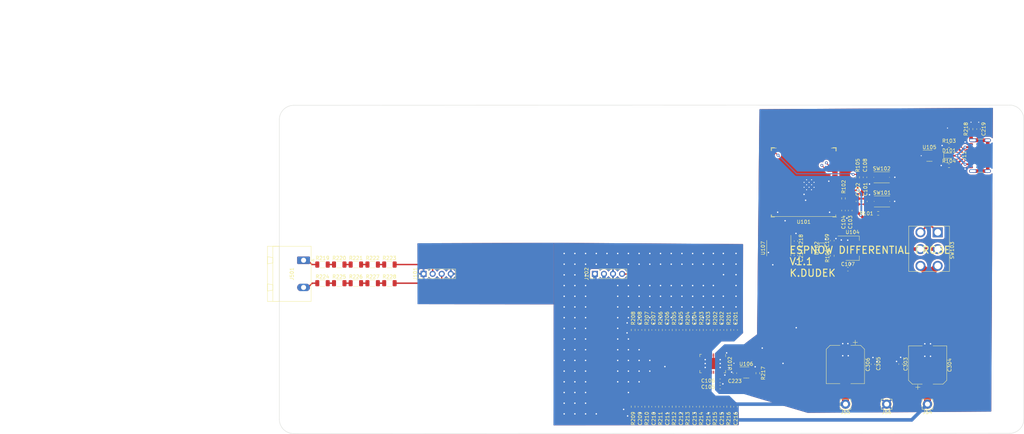
<source format=kicad_pcb>
(kicad_pcb (version 20240108) (generator "pcbnew") (generator_version "8.0")
  (layers (0 "F.Cu" signal) (31 "B.Cu" signal) (34 "B.Paste" user) (35 "F.Paste" user) (36 "B.SilkS" user "B.Silkscreen") (37 "F.SilkS" user "F.Silkscreen") (38 "B.Mask" user) (39 "F.Mask" user) (44 "Edge.Cuts" user))
  (net 0 "")
  (net 1 "Net-(J101-Pin_3)")
  (net 2 "Net-(J101-Pin_2)")
  (net 3 "Net-(J501-Pin_2)")
  (net 4 "Net-(J501-Pin_1)")
  (net 5 "Net-(R219-Pad2)")
  (net 6 "Net-(R220-Pad2)")
  (net 7 "Net-(R221-Pad2)")
  (net 8 "Net-(R222-Pad2)")
  (net 9 "GND")
  (net 10 "Net-(R224-Pad2)")
  (net 11 "Net-(R225-Pad2)")
  (net 12 "Net-(R226-Pad2)")
  (net 13 "Net-(R227-Pad2)")
  (net 14 "/esp32andadc/VCC5V")
  (net 15 "/esp32andadc/VCC3V3")
  (net 16 "/esp32andadc/USB5V")
  (net 17 "/esp32andadc/Din+")
  (net 18 "/esp32andadc/Din-")
  (net 19 "/PS5V")
  (net 20 "/PS-5V")
  (net 21 "/esp32andadc/CH8")
  (net 22 "/esp32andadc/CH9")
  (net 23 "/esp32andadc/CH10")
  (net 24 "/esp32andadc/CH11")
  (net 25 "/esp32andadc/CH12")
  (net 26 "/esp32andadc/CH13")
  (net 27 "/esp32andadc/CH14")
  (net 28 "/esp32andadc/CH15")
  (net 29 "/esp32andadc/CH0")
  (net 30 "/esp32andadc/CH1")
  (net 31 "/esp32andadc/CH2")
  (net 32 "/esp32andadc/CH3")
  (net 33 "/esp32andadc/CH4")
  (net 34 "/esp32andadc/CH5")
  (net 35 "/esp32andadc/CH6")
  (net 36 "/esp32andadc/CH7")
  (net 37 "/esp32andadc/D+")
  (net 38 "/esp32andadc/D-")
  (net 39 "Net-(U101-EN)")
  (net 40 "Net-(U101-GPIO0{slash}BOOT)")
  (net 41 "Net-(D101-A)")
  (net 42 "Net-(D102-A)")
  (net 43 "Net-(J11-CC1)")
  (net 45 "Net-(J11-CC2)")
  (net 47 "Net-(U101-GPIO4{slash}TOUCH4{slash}ADC1_CH3)")
  (net 48 "Net-(U101-GPIO5{slash}TOUCH5{slash}ADC1_CH4)")
  (net 49 "Net-(U101-GPIO6{slash}TOUCH6{slash}ADC1_CH5)")
  (net 50 "Net-(U101-GPIO7{slash}TOUCH7{slash}ADC1_CH6)")
  (net 57 "/esp32andadc/FSPICS0")
  (net 58 "/esp32andadc/FSPID")
  (net 59 "/esp32andadc/FSPICLK")
  (net 60 "/esp32andadc/FSPIQ")
  (net 76 "Net-(U101-GPIO2{slash}TOUCH2{slash}ADC1_CH1)")
  (net 77 "Net-(U102-CH8)")
  (net 78 "Net-(U102-CH9)")
  (net 79 "Net-(U102-CH10)")
  (net 80 "Net-(U102-CH11)")
  (net 81 "Net-(U102-CH12)")
  (net 82 "Net-(U102-CH13)")
  (net 83 "Net-(U102-CH14)")
  (net 84 "Net-(U102-CH15)")
  (net 85 "Net-(U102-CH7)")
  (net 86 "Net-(U102-CH6)")
  (net 87 "Net-(U102-CH5)")
  (net 88 "Net-(U102-CH4)")
  (net 89 "Net-(U102-CH3)")
  (net 90 "Net-(U102-CH2)")
  (net 91 "Net-(U102-CH1)")
  (net 92 "Net-(U102-CH0)")
  (net 93 "Net-(U101-GPIO1{slash}TOUCH1{slash}ADC1_CH0)")
  (net 98 "Net-(U102-REF+)")
  (net 99 "Net-(U102-*EXT)")
  (net 100 "Net-(U102-SDI)")
  (net 101 "Net-(U102-*CS)")
  (net 102 "Net-(U102-SDO)")
  (net 103 "Net-(U102-SCK)")
  (net 104 "/esp32andadc/SHIELD")
  (net 105 "Net-(U102-BUSY)")
  (net 110 "/esp32andadc/RST")
  (net 111 "/esp32andadc/INT")
  (footprint "Capacitor_SMD:C_0603_1608Metric" (layer "F.Cu") (at 201.785 106.5388)
    (property "Reference" "C106")
    (property "Value" "10u")
  )
  (footprint "Capacitor_SMD:C_0603_1608Metric" (layer "F.Cu") (at 201.79 108.2988)
    (property "Reference" "C105")
    (property "Value" "0.1u")
  )
  (footprint "Capacitor_SMD:C_0603_1608Metric" (layer "F.Cu") (at 242.392999 49.4498 -90)
    (property "Reference" "C108")
    (property "Value" "100n")
  )
  (footprint "Diode_SMD:D_0603_1608Metric" (layer "F.Cu") (at 265.958 43.3798)
    (property "Reference" "D101")
    (property "Value" "NSR20F30NXT5G")
  )
  (footprint "Resistor_SMD:R_1206_3216Metric" (layer "F.Cu") (at 104.425 79.15)
    (property "Reference" "R227")
    (property "Value" "1MEG")
  )
  (footprint "Resistor_SMD:R_0603_1608Metric" (layer "F.Cu") (at 185.091666 92.2738 90)
    (property "Reference" "R206")
    (property "Value" "470R")
  )
  (footprint "Capacitor_SMD:C_0603_1608Metric" (layer "F.Cu") (at 202.311663 92.2738 90)
    (property "Reference" "C202")
    (property "Value" "470pF")
  )
  (footprint "Resistor_SMD:R_0603_1608Metric" (layer "F.Cu") (at 240.322999 49.4498 90)
    (property "Reference" "R105")
    (property "Value" "10k")
  )
  (footprint "Resistor_SMD:R_0603_1608Metric" (layer "F.Cu") (at 192.721664 113.7988 -90)
    (property "Reference" "R213")
    (property "Value" "470R")
  )
  (footprint "Capacitor_SMD:C_0603_1608Metric" (layer "F.Cu") (at 206.115 113.7988 -90)
    (property "Reference" "C216")
    (property "Value" "470pF")
  )
  (footprint "Resistor_SMD:R_1206_3216Metric" (layer "F.Cu") (at 109.125 79.15)
    (property "Reference" "R228")
    (property "Value" "1MEG")
  )
  (footprint "Capacitor_SMD:C_0603_1608Metric" (layer "F.Cu") (at 187.004999 92.2738 90)
    (property "Reference" "C206")
    (property "Value" "470pF")
  )
  (footprint "Resistor_SMD:R_0603_1608Metric" (layer "F.Cu") (at 181.265 92.2738 90)
    (property "Reference" "R207")
    (property "Value" "470R")
  )
  (footprint "Resistor_SMD:R_1206_3216Metric" (layer "F.Cu") (at 95.0625 73.92)
    (property "Reference" "R220")
    (property "Value" "1MEG")
  )
  (footprint "Capacitor_SMD:C_0603_1608Metric" (layer "F.Cu") (at 186.981665 113.7988 -90)
    (property "Reference" "C211")
    (property "Value" "470pF")
  )
  (footprint "Capacitor_SMD:C_0603_1608Metric" (layer "F.Cu") (at 206.138334 92.2738 90)
    (property "Reference" "C201")
    (property "Value" "470pF")
  )
  (footprint "Connector_USB:USB_C_Receptacle_GCT_USB4105-xx-A_16P_TopMnt_Horizontal" (layer "F.Cu") (at 275.698 43.3798 90)
    (property "Reference" "J11")
    (property "Value" "USB_C_Receptacle_USB2.0")
  )
  (footprint "Button_Switch_THT:SW_PUSH_E-Switch_500SDP1S1M2QEA" (layer "F.Cu") (at 262.458 65.9598 -90)
    (property "Reference" "SW103")
    (property "Value" "500SDP1S1M2QEA")
  )
  (footprint "Button_Switch_SMD:SW_Push_1P1T_NO_CK_KMR2" (layer "F.Cu") (at 247.062999 49.4498)
    (property "Reference" "SW102")
    (property "Value" "SW_Push")
  )
  (footprint "Connector_Pin:Pin_D1.4mm_L8.5mm_W2.8mm_FlatFork" (layer "F.Cu") (at 248.4628 113.0808)
    (property "Reference" "J56")
    (property "Value" "GND")
  )
  (footprint "PCM_Espressif:ESP32-S3-WROOM-1U" (layer "F.Cu") (at 225.218 51.0048 180)
    (property "Reference" "U101")
    (property "Value" "ESP32-S3-WROOM-1")
  )
  (footprint "Capacitor_SMD:C_0603_1608Metric" (layer "F.Cu") (at 190.808331 113.7988 -90)
    (property "Reference" "C212")
    (property "Value" "470pF")
  )
  (footprint "Resistor_SMD:R_0603_1608Metric" (layer "F.Cu") (at 233.208 71.4623 -90)
    (property "Reference" "R106")
    (property "Value" "1k")
  )
  (footprint "Capacitor_SMD:C_0603_1608Metric" (layer "F.Cu") (at 244.618 101.9003 90)
    (property "Reference" "C305")
    (property "Value" "1u")
  )
  (footprint "Capacitor_SMD:C_0603_1608Metric" (layer "F.Cu") (at 223.048 71.3348 -90)
    (property "Reference" "C217")
    (property "Value" "0.1u")
  )
  (footprint "Resistor_SMD:R_1206_3216Metric" (layer "F.Cu") (at 99.725 79.15)
    (property "Reference" "R226")
    (property "Value" "1MEG")
  )
  (footprint "Capacitor_SMD:C_0603_1608Metric" (layer "F.Cu") (at 198.461663 113.7988 -90)
    (property "Reference" "C214")
    (property "Value" "470pF")
  )
  (footprint "Capacitor_SMD:C_0603_1608Metric" (layer "F.Cu") (at 194.634997 113.7988 -90)
    (property "Reference" "C213")
    (property "Value" "470pF")
  )
  (footprint "Resistor_SMD:R_1206_3216Metric" (layer "F.Cu") (at 90.3725 73.92)
    (property "Reference" "R219")
    (property "Value" "1MEG")
  )
  (footprint "Capacitor_SMD:C_0603_1608Metric" (layer "F.Cu") (at 236.362999 58.7698 -90)
    (property "Reference" "C104")
    (property "Value" "10u")
  )
  (footprint "Resistor_SMD:R_0603_1608Metric" (layer "F.Cu") (at 265.938 46.1848 180)
    (property "Reference" "R104")
    (property "Value" "5.1k")
  )
  (footprint "Capacitor_SMD:C_0603_1608Metric" (layer "F.Cu") (at 183.154999 113.7988 -90)
    (property "Reference" "C210")
    (property "Value" "470pF")
  )
  (footprint "Capacitor_SMD:C_0603_1608Metric" (layer "F.Cu") (at 179.328333 113.7988 -90)
    (property "Reference" "C209")
    (property "Value" "470pF")
  )
  (footprint "Resistor_SMD:R_0603_1608Metric" (layer "F.Cu") (at 181.241666 113.7988 90)
    (property "Reference" "R210")
    (property "Value" "470R")
  )
  (footprint "Capacitor_SMD:C_0603_1608Metric" (layer "F.Cu") (at 240.407999 56.2048 90)
    (property "Reference" "C102")
    (property "Value" "1u")
  )
  (footprint "Resistor_SMD:R_0603_1608Metric" (layer "F.Cu") (at 200.374996 113.7988 -90)
    (property "Reference" "R215")
    (property "Value" "470R")
  )
  (footprint "Resistor_SMD:R_1206_3216Metric" (layer "F.Cu") (at 90.3725 79.15)
    (property "Reference" "R224")
    (property "Value" "1MEG")
  )
  (footprint "Capacitor_SMD:C_0603_1608Metric" (layer "F.Cu") (at 183.178333 92.2738 90)
    (property "Reference" "C207")
    (property "Value" "470pF")
  )
  (footprint "LED_SMD:LED_0603_1608Metric" (layer "F.Cu") (at 230.288 69.3523 -90)
    (property "Reference" "D102")
    (property "Value" "LED")
  )
  (footprint "Resistor_SMD:R_0603_1608Metric" (layer "F.Cu") (at 265.938 40.5348 180)
    (property "Reference" "R103")
    (property "Value" "5.1k")
  )
  (footprint "Resistor_SMD:R_0603_1608Metric" (layer "F.Cu") (at 246.092999 59.5648)
    (property "Reference" "R101")
    (property "Value" "10k")
  )
  (footprint "Capacitor_SMD:CP_Elec_10x12.5" (layer "F.Cu") (at 259.948 102.1038 90)
    (property "Reference" "C304")
    (property "Value" "100u")
  )
  (footprint "Resistor_SMD:R_0603_1608Metric" (layer "F.Cu") (at 192.744998 92.2738 90)
    (property "Reference" "R204")
    (property "Value" "470R")
  )
  (footprint "Resistor_SMD:R_1206_3216Metric" (layer "F.Cu") (at 104.425 73.92)
    (property "Reference" "R222")
    (property "Value" "1MEG")
  )
  (footprint "Capacitor_SMD:C_0603_1608Metric" (layer "F.Cu") (at 238.248 58.7598 -90)
    (property "Reference" "C103")
    (property "Value" "100n")
  )
  (footprint "Resistor_SMD:R_0603_1608Metric" (layer "F.Cu") (at 236.362999 55.3648 -90)
    (property "Reference" "R102")
    (property "Value" "10k")
  )
  (footprint "Resistor_SMD:R_0603_1608Metric" (layer "F.Cu") (at 188.918332 92.2738 90)
    (property "Reference" "R205")
    (property "Value" "470R")
  )
  (footprint "Capacitor_SMD:CP_Elec_10x12.5" (layer "F.Cu") (at 236.888 101.9653 -90)
    (property "Reference" "C306")
    (property "Value" "100u")
  )
  (footprint "Package_SO:TSSOP-20_4.4x6.5mm_P0.65mm" (layer "F.Cu") (at 218.248 69.3223 -90)
    (property "Reference" "U107")
    (property "Value" "TXB0108PW")
  )
  (footprint "Resistor_SMD:R_0603_1608Metric" (layer "F.Cu") (at 196.54833 113.7988 -90)
    (property "Reference" "R214")
    (property "Value" "470R")
  )
  (footprint "Resistor_SMD:R_0603_1608Metric" (layer "F.Cu") (at 196.571664 92.2738 90)
    (property "Reference" "R203")
    (property "Value" "470R")
  )
  (footprint "Capacitor_SMD:C_0603_1608Metric" (layer "F.Cu") (at 274.208 35.9098 -90)
    (property "Reference" "C219")
    (property "Value" "4n7F")
  )
  (footprint "Connector_Pin:Pin_D1.4mm_L8.5mm_W2.8mm_FlatFork" (layer "F.Cu") (at 236.9312 113.0808)
    (property "Reference" "J55")
    (property "Value" "-5V")
  )
  (footprint "Capacitor_SMD:C_0603_1608Metric" (layer "F.Cu") (at 252.378 101.8453 90)
    (property "Reference" "C303")
    (property "Value" "1u")
  )
  (footprint "Resistor_SMD:R_0603_1608Metric" (layer "F.Cu") (at 188.894998 113.7988 90)
    (property "Reference" "R212")
    (property "Value" "470R")
  )
  (footprint "Resistor_SMD:R_0603_1608Metric" (layer "F.Cu") (at 204.224996 92.2738 90)
    (property "Reference" "R201")
    (property "Value" "100k")
  )
  (footprint "Connector_Pin:Pin_D1.4mm_L8.5mm_W2.8mm_FlatFork" (layer "F.Cu") (at 259.8928 113.0808)
    (property "Reference" "J54")
    (property "Value" "5V")
  )
  (footprint "Resistor_SMD:R_1206_3216Metric" (layer "F.Cu") (at 109.125 73.92)
    (property "Reference" "R223")
    (property "Value" "1MEG")
  )
  (footprint "Resistor_SMD:R_0603_1608Metric" (layer "F.Cu") (at 204.201664 113.7988 -90)
    (property "Reference" "R216")
    (property "Value" "470R")
  )
  (footprint "Resistor_SMD:R_0603_1608Metric" (layer "F.Cu") (at 200.39833 92.2738 90)
    (property "Reference" "R202")
    (property "Value" "470R")
  )
  (footprint "Capacitor_SMD:C_0603_1608Metric" (layer "F.Cu") (at 190.831665 92.2738 90)
    (property "Reference" "C205")
    (property "Value" "470pF")
  )
  (footprint "Capacitor_SMD:C_0603_1608Metric" (layer "F.Cu") (at 198.484997 92.2738 90)
    (property "Reference" "C203")
    (property "Value" "470pF")
  )
  (footprint "Capacitor_SMD:C_0603_1608Metric" (layer "F.Cu") (at 242.477999 56.2048 90)
    (property "Reference" "C101")
    (property "Value" "100n")
  )
  (footprint "Resistor_SMD:R_0603_1608Metric" (layer "F.Cu") (at 177.438334 92.2738 90)
    (property "Reference" "R208")
    (property "Value" "470R")
  )
  (footprint "Package_TO_SOT_SMD:SOT-23-6" (layer "F.Cu") (at 260.438 43.3898)
    (property "Reference" "U105")
    (property "Value" "USBLC6-2SC6")
  )
  (footprint "Capacitor_SMD:C_0603_1608Metric" (layer "F.Cu") (at 202.288329 113.7988 -90)
    (property "Reference" "C215")
    (property "Value" "470pF")
  )
  (footprint "Resistor_SMD:R_0603_1608Metric" (layer "F.Cu") (at 185.068332 113.7988 90)
    (property "Reference" "R211")
    (property "Value" "470R")
  )
  (footprint "Package_DFN_QFN:QFN-38-1EP_5x7mm_P0.5mm_EP3.15x5.15mm" (layer "F.Cu") (at 199.715 101.6988 -90)
    (property "Reference" "U102")
    (property "Value" "LTC2448CUHF-PBF")
  )
  (footprint "Connector_PinHeader_2.54mm:PinHeader_1x04_P2.54mm_Vertical" (layer "F.Cu") (at 118.7 76.53 90)
    (property "Reference" "J101")
    (property "Value" "Conn_01x04_Socket")
  )
  (footprint "Capacitor_SMD:C_0603_1608Metric" (layer "F.Cu") (at 237.598 75.2348)
    (property "Reference" "C107")
    (property "Value" "1u")
  )
  (footprint "Connector_PinHeader_2.54mm:PinHeader_1x04_P2.54mm_Vertical" (layer "F.Cu") (at 166.7 76.53 90)
    (property "Reference" "J102")
    (property "Value" "Conn_01x04_Socket")
  )
  (footprint "Resistor_SMD:R_1206_3216Metric" (layer "F.Cu") (at 99.725 73.92)
    (property "Reference" "R221")
    (property "Value" "1MEG")
  )
  (footprint "Resistor_SMD:R_0603_1608Metric" (layer "F.Cu") (at 212.365 104.3988 -90)
    (property "Reference" "R217")
    (property "Value" "1k")
  )
  (footprint "Resistor_SMD:R_0603_1608Metric" (layer "F.Cu") (at 272.098 35.9098 90)
    (property "Reference" "R218")
    (property "Value" "1MEG")
  )
  (footprint "Capacitor_SMD:C_0603_1608Metric" (layer "F.Cu") (at 194.658331 92.2738 90)
    (property "Reference" "C204")
    (property "Value" "470pF")
  )
  (footprint "Capacitor_SMD:C_0603_1608Metric" (layer "F.Cu") (at 179.351667 92.2738 90)
    (property "Reference" "C208")
    (property "Value" "470pF")
  )
  (footprint "Capacitor_SMD:C_0603_1608Metric" (layer "F.Cu") (at 205.915 104.3988 90)
    (property "Reference" "C223")
    (property "Value" "470pF")
  )
  (footprint "Resistor_SMD:R_1206_3216Metric" (layer "F.Cu") (at 95.0625 79.15)
    (property "Reference" "R225")
    (property "Value" "1MEG")
  )
  (footprint "Package_TO_SOT_SMD:SOT-23-5" (layer "F.Cu") (at 209.115 104.1988)
    (property "Reference" "U106")
    (property "Value" "LM4030-2.5")
  )
  (footprint "Resistor_SMD:R_0603_1608Metric" (layer "F.Cu") (at 177.415 113.7988 90)
    (property "Reference" "R209")
    (property "Value" "470R")
  )
  (footprint "Capacitor_SMD:C_0603_1608Metric" (layer "F.Cu") (at 233.208 67.2123 90)
    (property "Reference" "C109")
    (property "Value" "4.7u")
  )
  (footprint "Button_Switch_SMD:SW_Push_1P1T_NO_CK_KMR2" (layer "F.Cu") (at 247.147999 56.2048)
    (property "Reference" "SW101")
    (property "Value" "SW_Push")
  )
  (footprint "Connector_Phoenix_GMSTB:PhoenixContact_GMSTBA_2,5_2-G-7,62_1x02_P7.62mm_Horizontal" (layer "F.Cu") (at 85.0675 72.72 -90)
    (property "Reference" "J501")
    (property "Value" "Screw_Terminal_01x02")
  )
  (footprint "Capacitor_SMD:C_0603_1608Metric" (layer "F.Cu") (at 223.048 67.3348 -90)
    (property "Reference" "C218")
    (property "Value" "0.1u")
  )
  (footprint "Package_TO_SOT_SMD:SOT-223-3_TabPin2" (layer "F.Cu") (at 238.898 69.3348)
    (property "Reference" "U104")
    (property "Value" "LDL1117S33R")
  )
  (gr_line (start 286.9038 117.277) (end 286.9038 33.1834) (stroke (width 0.1)) (layer "Edge.Cuts"))
  (gr_arc (start 282.9038 29.1834) (mid 285.732227 30.354973) (end 286.9038 33.1834) (stroke (width 0.1)) (layer "Edge.Cuts"))
  (gr_line (start 82.2828 121.348) (end 282.9038 121.277) (stroke (width 0.1)) (layer "Edge.Cuts"))
  (gr_line (start 78.2828 33.2544) (end 78.2828 117.348) (stroke (width 0.1)) (layer "Edge.Cuts"))
  (gr_arc (start 78.2828 33.2544) (mid 79.454373 30.425973) (end 82.2828 29.2544) (stroke (width 0.1)) (layer "Edge.Cuts"))
  (gr_arc (start 286.9038 117.277) (mid 285.732227 120.105427) (end 282.9038 121.277) (stroke (width 0.1)) (layer "Edge.Cuts"))
  (gr_arc (start 82.2828 121.348) (mid 79.454373 120.176427) (end 78.2828 117.348) (stroke (width 0.1)) (layer "Edge.Cuts"))
  (gr_line (start 282.9038 29.1834) (end 82.2828 29.2544) (stroke (width 0.1)) (layer "Edge.Cuts"))
  (gr_text "ESPNOW DIFFERENTIAL PROBE\nV1.1\nK.DUDEK" (at 221.0816 77.47 0) (layer "F.SilkS") (effects (font (size 2 2) (thickness 0.3)) (justify left bottom)))
  (segment (start 123 79.15) (end 123.78 78.37) (width 0.4) (layer "F.Cu") (net 1))
  (segment (start 110.5875 79.15) (end 123 79.15) (width 0.4) (layer "F.Cu") (net 1))
  (segment (start 110.6 79.1625) (end 110.5875 79.15) (width 0.4) (layer "F.Cu") (net 1))
  (segment (start 123.78 78.37) (end 123.78 76.53) (width 0.4) (layer "F.Cu") (net 1))
  (segment (start 121.24 74.39) (end 121.24 76.53) (width 0.4) (layer "F.Cu") (net 2))
  (segment (start 120.77 73.92) (end 121.24 74.39) (width 0.4) (layer "F.Cu") (net 2))
  (segment (start 110.5875 73.92) (end 120.77 73.92) (width 0.4) (layer "F.Cu") (net 2))
  (segment (start 86.31 80.34) (end 85.0675 80.34) (width 0.4) (layer "F.Cu") (net 3))
  (segment (start 87.5 79.15) (end 86.31 80.34) (width 0.4) (layer "F.Cu") (net 3))
  (segment (start 88.91 79.15) (end 87.5 79.15) (width 0.4) (layer "F.Cu") (net 3))
  (segment (start 87.42 73.92) (end 86.22 72.72) (width 0.4) (layer "F.Cu") (net 4))
  (segment (start 88.91 73.92) (end 87.42 73.92) (width 0.4) (layer "F.Cu") (net 4))
  (segment (start 86.22 72.72) (end 85.0675 72.72) (width 0.4) (layer "F.Cu") (net 4))
  (segment (start 88.8975 73.9075) (end 88.91 73.92) (width 0.4) (layer "F.Cu") (net 4))
  (segment (start 91.835 73.92) (end 93.6 73.92) (width 0.4) (layer "F.Cu") (net 5))
  (segment (start 96.525 73.92) (end 98.2625 73.92) (width 0.4) (layer "F.Cu") (net 6))
  (segment (start 102.95 73.9075) (end 102.9625 73.92) (width 0.4) (layer "F.Cu") (net 7))
  (segment (start 101.1875 73.92) (end 102.9625 73.92) (width 0.4) (layer "F.Cu") (net 7))
  (segment (start 107.65 73.9075) (end 107.6625 73.92) (width 0.4) (layer "F.Cu") (net 8))
  (segment (start 105.8875 73.92) (end 107.6625 73.92) (width 0.4) (layer "F.Cu") (net 8))
  (segment (start 201.965 104.5988) (end 201.965 104.1363) (width 0.25) (layer "F.Cu") (net 9))
  (segment (start 244.987999 50.2248) (end 245.012999 50.2498) (width 0.25) (layer "F.Cu") (net 9))
  (segment (start 225.312999 54.2248) (end 225.312999 52.9248) (width 0.25) (layer "F.Cu") (net 9))
  (segment (start 242.392999 50.2248) (end 244.987999 50.2248) (width 0.25) (layer "F.Cu") (net 9))
  (segment (start 226.712999 52.224799) (end 226.723 52.2348) (width 0.25) (layer "F.Cu") (net 9))
  (segment (start 194.658331 90.472134) (end 194.634997 90.4488) (width 0.4) (layer "F.Cu") (net 9))
  (segment (start 179.351667 91.4988) (end 179.351667 90.472134) (width 0.4) (layer "F.Cu") (net 9))
  (segment (start 205.49 103.6238) (end 205.915 103.6238) (width 0.5) (layer "F.Cu") (net 9))
  (segment (start 202.8905 104.9243) (end 202.465 104.4988) (width 0.25) (layer "F.Cu") (net 9))
  (segment (start 228.112999 50.869801) (end 228.112999 52.249799) (width 0.25) (layer "F.Cu") (net 9))
  (segment (start 203.115 104.9243) (end 202.8905 104.9243) (width 0.25) (layer "F.Cu") (net 9))
  (segment (start 246.782999 50.2498) (end 244.582999 50.2498) (width 0.25) (layer "F.Cu") (net 9))
  (segment (start 201.165 100.4988) (end 201.3025 100.3613) (width 0.25) (layer "F.Cu") (net 9))
  (segment (start 234.2505 66.6348) (end 234.248 66.6348) (width 0.5) (layer "F.Cu") (net 9))
  (segment (start 199.965 101.4488) (end 199.715 101.6988) (width 0.25) (layer "F.Cu") (net 9))
  (segment (start 202.565 107.3988) (end 202.56 107.4038) (width 0.5) (layer "F.Cu") (net 9))
  (segment (start 200.965 100.4488) (end 199.715 101.6988) (width 0.25) (layer "F.Cu") (net 9))
  (segment (start 235.397999 59.5348) (end 238.142999 59.5348) (width 0.25) (layer "F.Cu") (net 9))
  (segment (start 225.312999 52.224799) (end 225.323 52.2348) (width 0.25) (layer "F.Cu") (net 9))
  (segment (start 249.197999 55.4048) (end 247.247999 55.4048) (width 0.25) (layer "F.Cu") (net 9))
  (segment (start 231.903 66.4373) (end 233.208 66.4373) (width 0.5) (layer "F.Cu") (net 9))
  (segment (start 228.123 52.2598) (end 228.112999 52.269801) (width 0.25) (layer "F.Cu") (net 9))
  (segment (start 238.373 73.7373) (end 238.388 73.7523) (width 0.5) (layer "F.Cu") (net 9))
  (segment (start 199.465 101.4488) (end 199.715 101.6988) (width 0.25) (layer "F.Cu") (net 9))
  (segment (start 225.312999 54.4748) (end 225.312999 54.2248) (width 0.25) (layer "F.Cu") (net 9))
  (segment (start 245.072999 55.4298) (end 245.097999 55.4048) (width 0.25) (layer "F.Cu") (net 9))
  (segment (start 226.712999 50.1248) (end 226.712999 50.849799) (width 0.25) (layer "F.Cu") (net 9))
  (segment (start 228.112999 52.249799) (end 228.123 52.2598) (width 0.25) (layer "F.Cu") (net 9))
  (segment (start 227.408 52.9248) (end 227.398 52.9348) (width 0.25) (layer "F.Cu") (net 9))
  (segment (start 248.682999 50.2498) (end 246.782999 50.2498) (width 0.25) (layer "F.Cu") (net 9))
  (segment (start 226.712999 52.244801) (end 226.712999 52.9248) (width 0.25) (layer "F.Cu") (net 9))
  (segment (start 228.112999 52.269801) (end 228.112999 52.9248) (width 0.25) (layer "F.Cu") (net 9))
  (segment (start 205.5905 101.6988) (end 203.1525 101.6988) (width 0.25) (layer "F.Cu") (net 9))
  (segment (start 225.312999 50.869801) (end 225.312999 52.224799) (width 0.25) (layer "F.Cu") (net 9))
  (segment (start 190.808331 114.5738) (end 190.808331 115.5488) (width 0.4) (layer "F.Cu") (net 9))
  (segment (start 247.247999 55.4048) (end 245.097999 55.4048) (width 0.25) (layer "F.Cu") (net 9))
  (segment (start 199.965 99.2613) (end 199.965 101.4488) (width 0.25) (layer "F.Cu") (net 9))
  (segment (start 258.148 43.3848) (end 259.2955 43.3848) (width 0.4) (layer "F.Cu") (net 9))
  (segment (start 225.312999 50.1248) (end 225.312999 50.849799) (width 0.25) (layer "F.Cu") (net 9))
  (segment (start 228.123 50.8598) (end 228.112999 50.869801) (width 0.25) (layer "F.Cu") (net 9))
  (segment (start 272.018 40.1798) (end 271.093 40.1798) (width 0.4) (layer "F.Cu") (net 9))
  (segment (start 234.248 66.6348) (end 234.248 66.6323) (width 0.5) (layer "F.Cu") (net 9))
  (segment (start 183.154999 114.5738) (end 183.154999 115.5488) (width 0.4) (layer "F.Cu") (net 9))
  (segment (start 202.56 107.3938) (end 202.565 107.3988) (width 0.5) (layer "F.Cu") (net 9))
  (segment (start 202.311663 91.4988) (end 202.311663 90.472134) (width 0.4) (layer "F.Cu") (net 9))
  (segment (start 202.288329 114.5738) (end 202.288329 115.5488) (width 0.4) (layer "F.Cu") (net 9))
  (segment (start 235.748 67.0348) (end 234.6505 67.0348) (width 0.5) (layer "F.Cu") (net 9))
  (segment (start 240.407999 55.4298) (end 245.072999 55.4298) (width 0.25) (layer "F.Cu") (net 9))
  (segment (start 237.548 67.0848) (end 237.148 67.0848) (width 0.5) (layer "F.Cu") (net 9))
  (segment (start 227.388 52.9248) (end 226.033 52.9248) (width 0.25) (layer "F.Cu") (net 9))
  (segment (start 183.178333 91.4988) (end 183.178333 90.472134) (width 0.4) (layer "F.Cu") (net 9))
  (segment (start 200.965 99.2613) (end 200.965 100.4488) (width 0.25) (layer "F.Cu") (net 9))
  (segment (start 228.112999 50.1248) (end 228.112999 50.849799) (width 0.25) (layer "F.Cu") (net 9))
  (segment (start 186.981665 114.5738) (end 186.981665 115.5488) (width 0.4) (layer "F.Cu") (net 9))
  (segment (start 238.373 73.7673) (end 238.373 75.2348) (width 0.5) (layer "F.Cu") (net 9))
  (segment (start 271.093 40.1798) (end 270.448 39.5348) (width 0.4) (layer "F.Cu") (net 9))
  (segment (start 190.831665 91.4988) (end 190.831665 90.472134) (width 0.4) (layer "F.Cu") (net 9))
  (segment (start 230.288 68.5648) (end 230.288 68.0523) (width 0.5) (layer "F.Cu") (net 9))
  (segment (start 226.723 50.8598) (end 226.712999 50.869801) (width 0.25) (layer "F.Cu") (net 9))
  (segment (start 203.0525 99.2613) (end 203.615 98.6988) (width 0.25) (layer "F.Cu") (net 9))
  (segment (start 231.458 66.8823) (end 231.903 66.4373) (width 0.5) (layer "F.Cu") (net 9))
  (segment (start 205.015 104.0988) (end 205.49 103.6238) (width 0.5) (layer "F.Cu") (net 9))
  (segment (start 198.484997 90.472134) (end 198.461663 90.4488) (width 0.4) (layer "F.Cu") (net 9))
  (segment (start 190.831665 90.472134) (end 190.808331 90.4488) (width 0.4) (layer "F.Cu") (net 9))
  (segment (start 187.004999 90.472134) (end 186.981665 90.4488) (width 0.4) (layer "F.Cu") (net 9))
  (segment (start 202.56 108.2938) (end 202.565 108.2988) (width 0.5) (layer "F.Cu") (net 9))
  (segment (start 226.013 52.9248) (end 225.312999 52.9248) (width 0.25) (layer "F.Cu") (net 9))
  (segment (start 204.115 102.6988) (end 203.1525 102.6988) (width 0.25) (layer "F.Cu") (net 9))
  (segment (start 187.004999 91.4988) (end 187.004999 90.472134) (width 0.4) (layer "F.Cu") (net 9))
  (segment (start 238.388 73.7523) (end 238.373 73.7673) (width 0.5) (layer "F.Cu") (net 9))
  (segment (start 204.365 102.9488) (end 204.115 102.6988) (width 0.25) (layer "F.Cu") (net 9))
  (segment (start 202.2905 104.9243) (end 201.965 104.5988) (width 0.25) (layer "F.Cu") (net 9))
  (segment (start 194.658331 91.4988) (end 194.658331 90.472134) (width 0.4) (layer "F.Cu") (net 9))
  (segment (start 272.018 46.5798) (end 271.003 46.5798) (width 0.4) (layer "F.Cu") (net 9))
  (segment (start 215.323 72.1848) (end 215.323 70.5348) (width 0.4) (layer "F.Cu") (net 9))
  (segment (start 204.115 103.1988) (end 203.1525 103.1988) (width 0.25) (layer "F.Cu") (net 9))
  (segment (start 237.148 67.0848) (end 237.098 67.0348) (width 0.5) (layer "F.Cu") (net 9))
  (segment (start 230.288 68.0523) (end 231.318 67.0223) (width 0.5) (layer "F.Cu") (net 9))
  (segment (start 217.912999 59.2348) (end 217.922999 59.2448) (width 0.25) (layer "F.Cu") (net 9))
  (segment (start 198.461663 114.5738) (end 198.461663 115.5488) (width 0.4) (layer "F.Cu") (net 9))
  (segment (start 216.462999 59.2448) (end 217.902999 59.2448) (width 0.25) (layer "F.Cu") (net 9))
  (segment (start 194.634997 114.5738) (end 194.634997 115.5488) (width 0.4) (layer "F.Cu") (net 9))
  (segment (start 199.465 99.2613) (end 199.465 101.4488) (width 0.25) (layer "F.Cu") (net 9))
  (segment (start 200.465 99.2613) (end 200.465 100.9488) (width 0.25) (layer "F.Cu") (net 9))
  (segment (start 225.312999 52.244801) (end 225.312999 52.9248) (width 0.25) (layer "F.Cu") (net 9))
  (segment (start 204.365 102.9488) (end 204.115 103.1988) (width 0.25) (layer "F.Cu") (net 9))
  (segment (start 226.023 52.9348) (end 226.013 52.9248) (width 0.25) (layer "F.Cu") (net 9))
  (segment (start 237.098 67.0348) (end 235.748 67.0348) (width 0.5) (layer "F.Cu") (net 9))
  (segment (start 226.723 52.2348) (end 226.712999 52.244801) (width 0.25) (layer "F.Cu") (net 9))
  (segment (start 226.033 52.9248) (end 226.023 52.9348) (width 0.25) (layer "F.Cu") (net 9))
  (segment (start 179.328333 114.5738) (end 179.328333 115.5488) (width 0.4) (layer "F.Cu") (net 9))
  (segment (start 234.053 66.4373) (end 233.208 66.4373) (width 0.5) (layer "F.Cu") (net 9))
  (segment (start 235.107999 59.2448) (end 235.397999 59.5348) (width 0.25) (layer "F.Cu") (net 9))
  (segment (start 202.465 99.2613) (end 203.0525 99.2613) (width 0.25) (layer "F.Cu") (net 9))
  (segment (start 228.112999 52.9248) (end 227.408 52.9248) (width 0.25) (layer "F.Cu") (net 9))
  (segment (start 234.6505 67.0348) (end 234.2505 66.6348) (width 0.5) (layer "F.Cu") (net 9))
  (segment (start 231.318 66.8823) (end 231.458 66.8823) (width 0.5) (layer "F.Cu") (net 9))
  (segment (start 206.138334 90.472134) (end 206.115 90.4488) (width 0.4) (layer "F.Cu") (net 9))
  (segment (start 217.902999 59.2448) (end 217.912999 59.2348) (width 0.25) (layer "F.Cu") (net 9))
  (segment (start 206.115 114.5738) (end 206.115 115.5488) (width 0.4) (layer "F.Cu") (net 9))
  (segment (start 202.311663 90.472134) (end 202.288329 90.4488) (width 0.4) (layer "F.Cu") (net 9))
  (segment (start 202.56 106.5388) (end 202.56 107.3938) (width 0.5) (layer "F.Cu") (net 9))
  (segment (start 200.465 100.9488) (end 199.715 101.6988) (width 0.25) (layer "F.Cu") (net 9))
  (segment (start 259.2955 43.3848) (end 259.3005 43.3898) (width 0.25) (layer "F.Cu") (net 9))
  (segment (start 226.712999 50.849799) (end 226.723 50.8598) (width 0.25) (layer "F.Cu") (net 9))
  (segment (start 206.138334 91.4988) (end 206.138334 90.472134) (width 0.4) (layer "F.Cu") (net 9))
  (segment (start 231.318 67.0223) (end 231.318 66.8823) (width 0.5) (layer "F.Cu") (net 9))
  (segment (start 232.462999 59.2448) (end 235.107999 59.2448) (width 0.25) (layer "F.Cu") (net 9))
  (segment (start 179.351667 90.472134) (end 179.328333 90.4488) (width 0.4) (layer "F.Cu") (net 9))
  (segment (start 225.323 52.2348) (end 225.312999 52.244801) (width 0.25) (layer "F.Cu") (net 9))
  (segment (start 183.178333 90.472134) (end 183.154999 90.4488) (width 0.4) (layer "F.Cu") (net 9))
  (segment (start 234.248 66.6323) (end 234.053 66.4373) (width 0.5) (layer "F.Cu") (net 9))
  (segment (start 202.465 104.4988) (end 202.465 104.1363) (width 0.25) (layer "F.Cu") (net 9))
  (segment (start 226.712999 50.869801) (end 226.712999 52.224799) (width 0.25) (layer "F.Cu") (net 9))
  (segment (start 228.112999 50.849799) (end 228.123 50.8598) (width 0.25) (layer "F.Cu") (net 9))
  (segment (start 227.398 52.9348) (end 227.388 52.9248) (width 0.25) (layer "F.Cu") (net 9))
  (segment (start 225.323 50.8598) (end 225.312999 50.869801) (width 0.25) (layer "F.Cu") (net 9))
  (segment (start 271.003 46.5798) (end 270.448 47.1348) (width 0.4) (layer "F.Cu") (net 9))
  (segment (start 198.484997 91.4988) (end 198.484997 90.472134) (width 0.4) (layer "F.Cu") (net 9))
  (segment (start 205.665 101.6243) (end 205.5905 101.6988) (width 0.25) (layer "F.Cu") (net 9))
  (segment (start 202.56 107.4038) (end 202.56 108.2938) (width 0.5) (layer "F.Cu") (net 9))
  (segment (start 225.312999 50.849799) (end 225.323 50.8598) (width 0.25) (layer "F.Cu") (net 9))
  (segment (start 203.115 104.9243) (end 202.2905 104.9243) (width 0.25) (layer "F.Cu") (net 9))
  (via (at 235.748 67.0348) (size 0.8) (drill 0.4) (layers "F.Cu" "B.Cu") (net 9))
  (via (at 158.0924 85.818) (size 0.8) (drill 0.4) (layers "F.Cu" "B.Cu") (net 9))
  (via (at 158.0924 88.818) (size 0.8) (drill 0.4) (layers "F.Cu" "B.Cu") (net 9))
  (via (at 161.0924 112.818) (size 0.8) (drill 0.4) (layers "F.Cu" "B.Cu") (net 9))
  (via (at 161.0924 70.818) (size 0.8) (drill 0.4) (layers "F.Cu" "B.Cu") (net 9))
  (via (at 272.098 33.9848) (size 0.5) (drill 0.3) (layers "F.Cu" "B.Cu") (net 9))
  (via (at 164.0924 106.818) (size 0.8) (drill 0.4) (layers "F.Cu" "B.Cu") (net 9))
  (via (at 198.461663 115.5488) (size 0.8) (drill 0.4) (layers "F.Cu" "B.Cu") (net 9))
  (via (at 237.698 99.5038) (size 0.8) (drill 0.4) (layers "F.Cu" "B.Cu") (net 9))
  (via (at 161.0924 100.818) (size 0.8) (drill 0.4) (layers "F.Cu" "B.Cu") (net 9))
  (via (at 188.0924 85.818) (size 0.8) (drill 0.4) (layers "F.Cu" "B.Cu") (net 9))
  (via (at 176.0924 85.818) (size 0.8) (drill 0.4) (layers "F.Cu" "B.Cu") (net 9))
  (via (at 206.115 90.4488) (size 0.8) (drill 0.4) (layers "F.Cu" "B.Cu") (net 9))
  (via (at 191.0924 85.818) (size 0.8) (drill 0.4) (layers "F.Cu" "B.Cu") (net 9))
  (via (at 263.748 46.1348) (size 0.8) (drill 0.4) (layers "F.Cu" "B.Cu") (net 9))
  (via (at 245.768 101.1003) (size 0.8) (drill 0.4) (layers "F.Cu" "B.Cu") (net 9))
  (via (at 222.998 73.7348) (size 0.8) (drill 0.4) (layers "F.Cu" "B.Cu") (net 9))
  (via (at 270.448 47.1348) (size 0.8) (drill 0.4) (layers "F.Cu" "B.Cu") (net 9))
  (via (at 179.328333 90.4488) (size 0.8) (drill 0.4) (layers "F.Cu" "B.Cu") (net 9))
  (via (at 191.0924 88.818) (size 0.8) (drill 0.4) (layers "F.Cu" "B.Cu") (net 9))
  (via (at 161.0924 91.818) (size 0.8) (drill 0.4) (layers "F.Cu" "B.Cu") (net 9))
  (via (at 226.023 52.9348) (size 0.5) (drill 0.3) (layers "F.Cu" "B.Cu") (net 9))
  (via (at 223.048 65.1848) (size 0.8) (drill 0.4) (layers "F.Cu" "B.Cu") (net 9))
  (via (at 167.0924 73.818) (size 0.8) (drill 0.4) (layers "F.Cu" "B.Cu") (net 9))
  (via (at 199.898 79.8012) (size 0.8) (drill 0.4) (layers "F.Cu" "B.Cu") (net 9))
  (via (at 211.615 102.5988) (size 0.8) (drill 0.4) (layers "F.Cu" "B.Cu") (net 9))
  (via (at 182.0924 100.818) (size 0.8) (drill 0.4) (layers "F.Cu" "B.Cu") (net 9))
  (via (at 158.0924 73.818) (size 0.8) (drill 0.4) (layers "F.Cu" "B.Cu") (net 9))
  (via (at 202.692 73.8012) (size 0.8) (drill 0.4) (layers "F.Cu" "B.Cu") (net 9))
  (via (at 225.312999 54.2248) (size 0.8) (drill 0.4) (layers "F.Cu" "B.Cu") (net 9))
  (via (at 182.0924 82.818) (size 0.8) (drill 0.4) (layers "F.Cu" "B.Cu") (net 9))
  (via (at 203.615 98.6988) (size 0.8) (drill 0.4) (layers "F.Cu" "B.Cu") (net 9))
  (via (at 173.0924 103.818) (size 0.8) (drill 0.4) (layers "F.Cu" "B.Cu") (net 9))
  (via (at 260.748 99.6538) (size 0.8) (drill 0.4) (layers "F.Cu" "B.Cu") (net 9))
  (via (at 158.0924 115.818) (size 0.8) (drill 0.4) (layers "F.Cu" "B.Cu") (net 9))
  (via (at 203.115 104.9243) (size 0.8) (drill 0.4) (layers "F.Cu" "B.Cu") (net 9))
  (via (at 252.378 99.9453) (size 0.8) (drill 0.4) (layers "F.Cu" "B.Cu") (net 9))
  (via (at 158.0924 112.818) (size 0.8) (drill 0.4) (layers "F.Cu" "B.Cu") (net 9))
  (via (at 183.154999 115.5488) (size 0.8) (drill 0.4) (layers "F.Cu" "B.Cu") (net 9))
  (via (at 173.0924 91.818) (size 0.8) (drill 0.4) (layers "F.Cu" "B.Cu") (net 9))
  (via (at 237.298 60.8848) (size 0.8) (drill 0.4) (layers "F.Cu" "B.Cu") (net 9))
  (via (at 164.0924 115.818) (size 0.8) (drill 0.4) (layers "F.Cu" "B.Cu") (net 9))
  (via (at 182.0924 70.818) (size 0.8) (drill 0.4) (layers "F.Cu" "B.Cu") (net 9))
  (via (at 206.248 76.7588) (size 0.8) (drill 0.4) (layers "F.Cu" "B.Cu") (net 9))
  (via (at 176.0924 70.818) (size 0.8) (drill 0.4) (layers "F.Cu" "B.Cu") (net 9))
  (via (at 175.865 116.3988) (size 0.8) (drill 0.4) (layers "F.Cu" "B.Cu") (net 9))
  (via (at 194.0924 82.818) (size 0.8) (drill 0.4) (layers "F.Cu" "B.Cu") (net 9))
  (via (at 185.0924 79.818) (size 0.8) (drill 0.4) (layers "F.Cu" "B.Cu") (net 9))
  (via (at 197.0924 88.818) (size 0.8) (drill 0.4) (layers "F.Cu" "B.Cu") (net 9))
  (via (at 191.0924 82.818) (size 0.8) (drill 0.4) (layers "F.Cu" "B.Cu") (net 9))
  (via (at 251.228 101.0953) (size 0.8) (drill 0.4) (layers "F.Cu" "B.Cu") (net 9))
  (via (at 176.0924 94.818) (size 0.8) (drill 0.4) (layers "F.Cu" "B.Cu") (net 9))
  (via (at 188.0924 70.818) (size 0.8) (drill 0.4) (layers "F.Cu" "B.Cu") (net 9))
  (via (at 161.0924 106.818) (size 0.8) (drill 0.4) (layers "F.Cu" "B.Cu") (net 9))
  (via (at 202.692 85.8012) (size 0.8) (drill 0.4) (layers "F.Cu" "B.Cu") (net 9))
  (via (at 176.0924 106.818) (size 0.8) (drill 0.4) (layers "F.Cu" "B.Cu") (net 9))
  (via (at 179.0924 106.818) (size 0.8) (drill 0.4) (layers "F.Cu" "B.Cu") (net 9))
  (via (at 202.565 107.3988) (size 0.8) (drill 0.4) (layers "F.Cu" "B.Cu") (net 9))
  (via (at 179.0924 88.818) (size 0.8) (drill 0.4) (layers "F.Cu" "B.Cu") (net 9))
  (via (at 191.0924 79.818) (size 0.8) (drill 0.4) (layers "F.Cu" "B.Cu") (net 9))
  (via (at 190.808331 115.5488) (size 0.8) (drill 0.4) (layers "F.Cu" "B.Cu") (net 9))
  (via (at 226.023 50.1348) (size 0.5) (drill 0.3) (layers "F.Cu" "B.Cu") (net 9))
  (via (at 204.365 102.9488) (size 0.8) (drill 0.4) (layers "F.Cu" "B.Cu") (net 9))
  (via (at 265.5042 35.6348) (size 0.5) (drill 0.3) (layers "F.Cu" "B.Cu") (net 9))
  (via (at 259.148 96.1538) (size 0.8) (drill 0.4) (layers "F.Cu" "B.Cu") (net 9))
  (via (at 232.248 50.5348) (size 0.8) (drill 0.4) (layers "F.Cu" "B.Cu") (net 9))
  (via (at 170.0924 70.818) (size 0.8) (drill 0.4) (layers "F.Cu" "B.Cu") (net 9))
  (via (at 158.0924 100.818) (size 0.8) (drill 0.4) (layers "F.Cu" "B.Cu") (net 9))
  (via (at 164.0924 85.818) (size 0.8) (drill 0.4) (layers "F.Cu" "B.Cu") (net 9))
  (via (at 161.0924 79.818) (size 0.8) (drill 0.4) (layers "F.Cu" "B.Cu") (net 9))
  (via (at 175.715 93.0988) (size 0.8) (drill 0.4) (layers "F.Cu" "B.Cu") (net 9))
  (via (at 164.0924 94.818) (size 0.8) (drill 0.4) (layers "F.Cu" "B.Cu") (net 9))
  (via (at 182.0924 103.818) (size 0.8) (drill 0.4) (layers "F.Cu" "B.Cu") (net 9))
  (via (at 164.0924 100.818) (size 0.8) (drill 0.4) (layers "F.Cu" "B.Cu") (net 9))
  (via (at 176.0924 100.818) (size 0.8) (drill 0.4) (layers "F.Cu" "B.Cu") (net 9))
  (via (at 164.0924 97.818) (size 0.8) (drill 0.4) (layers "F.Cu" "B.Cu") (net 9))
  (via (at 244.618 100.0003) (size 0.8) (drill 0.4) (layers "F.Cu" "B.Cu") (net 9))
  (via (at 225.323 52.2348) (size 0.5) (drill 0.3) (layers "F.Cu" "B.Cu") (net 9))
  (via (at 215.323 70.5348) (size 0.8) (drill 0.4) (layers "F.Cu" "B.Cu") (net 9))
  (via (at 161.0924 97.818) (size 0.8) (drill 0.4) (layers "F.Cu" "B.Cu") (net 9))
  (via (at 186.981665 115.5488) (size 0.8) (drill 0.4) (layers "F.Cu" "B.Cu") (net 9))
  (via (at 164.0924 91.818) (size 0.8) (drill 0.4) (layers "F.Cu" "B.Cu") (net 9))
  (via (at 205.665 101.6243) (size 0.5) (drill 0.3) (layers "F.Cu" "B.Cu") (net 9))
  (via (at 188.0924 79.818) (size 0.8) (drill 0.4) (layers "F.Cu" "B.Cu") (net 9))
  (via (at 199.898 73.8012) (size 0.8) (drill 0.4) (layers "F.Cu" "B.Cu") (net 9))
  (via (at 226.023 51.5348) (size 0.5) (drill 0.3) (layers "F.Cu" "B.Cu") (net 9))
  (via (at 161.0924 88.818) (size 0.8) (drill 0.4) (layers "F.Cu" "B.Cu") (net 9))
  (via (at 173.0924 106.818) (size 0.8) (drill 0.4) (layers "F.Cu" "B.Cu") (net 9))
  (via (at 199.898 85.8012) (size 0.8) (drill 0.4) (layers "F.Cu" "B.Cu") (net 9))
  (via (at 219.998 61.6348) (size 0.8) (drill 0.4) (layers "F.Cu" "B.Cu") (net 9))
  (via (at 194.0924 88.818) (size 0.8) (drill 0.4) (layers "F.Cu" "B.Cu") (net 9))
  (via (at 186.315 102.5488) (size 0.8) (drill 0.4) (layers "F.Cu" "B.Cu") (net 9))
  (via (at 217.912999 59.2348) (size 0.8) (drill 0.4) (layers "F.Cu" "B.Cu") (net 9))
  (via (at 206.115 115.5488) (size 0.8) (drill 0.4) (layers "F.Cu" "B.Cu") (net 9))
  (via (at 274.248 33.9848) (size 0.5) (drill 0.3) (layers "F.Cu" "B.Cu") (net 9))
  (via (at 176.0924 97.818) (size 0.8) (drill 0.4) (layers "F.Cu" "B.Cu") (net 9))
  (via (at 206.248 82.8012) (size 0.8) (drill 0.4) (layers "F.Cu" "B.Cu") (net 9))
  (via (at 201.815 100.5988) (size 0.8) (drill 0.4) (layers "F.Cu" "B.Cu") (net 9))
  (via (at 176.0924 88.818) (size 0.8) (drill 0.4) (layers "F.Cu" "B.Cu") (net 9))
  (via (at 250.748 49.4348) (size 0.8) (drill 0.4) (layers "F.Cu" "B.Cu") (net 9))
  (via (at 179.0924 82.818) (size 0.8) (drill 0.4) (layers "F.Cu" "B.Cu") (net 9))
  (via (at 161.0924 85.818) (size 0.8) (drill 0.4) (layers "F.Cu" "B.Cu") (net 9))
  (via (at 164.0924 73.818) (size 0.8) (drill 0.4) (layers "F.Cu" "B.Cu") (net 9))
  (via (at 198.461663 90.4488) (size 0.8) (drill 0.4) (layers "F.Cu" "B.Cu") (net 9))
  (via (at 167.0924 70.818) (size 0.8) (drill 0.4) (layers "F.Cu" "B.Cu") (net 9))
  (via (at 202.288329 115.5488) (size 0.8) (drill 0.4) (layers "F.Cu" "B.Cu") (net 9))
  (via (at 167.0924 115.818) (size 0.8) (drill 0.4) (layers "F.Cu" "B.Cu") (net 9))
  (via (at 164.0924 103.818) (size 0.8) (drill 0.4) (layers "F.Cu" "B.Cu") (net 9))
  (via (at 197.615 101.6988) (size 0.8) (drill 0.4) (layers "F.Cu" "B.Cu") (net 9))
  (via (at 158.0924 94.818) (size 0.8) (drill 0.4) (layers "F.Cu" "B.Cu") (net 9))
  (via (at 176.0924 73.818) (size 0.8) (drill 0.4) (layers "F.Cu" "B.Cu") (net 9))
  (via (at 219.415 101.6488) (size 0.8) (drill 0.4) (layers "F.Cu" "B.Cu") (net 9))
  (via (at 170.0924 73.818) (size 0.8) (drill 0.4) (layers "F.Cu" "B.Cu") (net 9))
  (via (at 164.0924 88.818) (size 0.8) (drill 0.4) (layers "F.Cu" "B.Cu") (net 9))
  (via (at 206.248 79.8012) (size 0.8) (drill 0.4) (layers "F.Cu" "B.Cu") (net 9))
  (via (at 179.0924 85.818) (size 0.8) (drill 0.4) (layers "F.Cu" "B.Cu") (net 9))
  (via (at 206.248 73.8012) (size 0.8) (drill 0.4) (layers "F.Cu" "B.Cu") (net 9))
  (via (at 237.598 96.1038) (size 0.8) (drill 0.4) (layers "F.Cu" "B.Cu") (net 9))
  (via (at 202.692 70.8012) (size 0.8) (drill 0.4) (layers "F.Cu" "B.Cu") (net 9))
  (via (at 197.0924 85.818) (size 0.8) (drill 0.4) (layers "F.Cu" "B.Cu") (net 9))
  (via (at 179.0924 97.818) (size 0.8) (drill 0.4) (layers "F.Cu" "B.Cu") (net 9))
  (via (at 175.738334 90.2988) (size 0.8) (drill 0.4) (layers "F.Cu" "B.Cu") (net 9))
  (via (at 164.0924 70.818) (size 0.8) (drill 0.4) (layers "F.Cu" "B.Cu") (net 9))
  (via (at 173.0924 97.818) (size 0.8) (drill 0.4) (layers "F.Cu" "B.Cu") (net 9))
  (via (at 216.548 73.9888) (size 0.8) (drill 0.4) (layers "F.Cu" "B.Cu") (net 9))
  (via (at 173.0924 88.818) (size 0.8) (drill 0.4) (layers "F.Cu" "B.Cu") (net 9))
  (via (at 202.692 82.8012) (size 0.8) (drill 0.4) (layers "F.Cu" "B.Cu") (net 9))
  (via (at 191.0924 73.818) (size 0.8) (drill 0.4) (layers "F.Cu" "B.Cu") (net 9))
  (via (at 176.0924 82.818) (size 0.8) (drill 0.4) (layers "F.Cu" "B.Cu") (net 9))
  (via (at 227.423 51.5348) (size 0.5) (drill 0.3) (layers "F.Cu" "B.Cu") (net 9))
  (via (at 225.748 55.8848) (size 0.8) (drill 0.4) (layers "F.Cu" "B.Cu") (net 9))
  (via (at 194.0924 70.818) (size 0.8) (drill 0.4) (layers "F.Cu" "B.Cu") (net 9))
  (via (at 223.125 91.6418) (size 0.8) (drill 0.4) (layers "F.Cu" "B.Cu") (net 9))
  (via (at 173.0924 85.818) (size 0.8) (drill 0.4) (layers "F.Cu" "B.Cu") (net 9))
  (via (at 226.723 52.2348) (size 0.5) (drill 0.3) (layers "F.Cu" "B.Cu") (net 9))
  (via (at 176.0924 109.818) (size 0.8) (drill 0.4) (layers "F.Cu" "B.Cu") (net 9))
  (via (at 158.0924 97.818) (size 0.8) (drill 0.4) (layers "F.Cu" "B.Cu") (net 9))
  (via (at 234.248 66.6348) (size 0.8) (drill 0.4) (layers "F.Cu" "B.Cu") (net 9))
  (via (at 158.0924 103.818) (size 0.8) (drill 0.4) (layers "F.Cu" "B.Cu") (net 9))
  (via (at 158.0924 70.818) (size 0.8) (drill 0.4) (layers "F.Cu" "B.Cu") (net 9))
  (via (at 258.148 43.3848) (size 0.5) (drill 0.3) (layers "F.Cu" "B.Cu") (net 9))
  (via (at 158.0924 79.818) (size 0.8) (drill 0.4) (layers "F.Cu" "B.Cu") (net 9))
  (via (at 183.154999 90.4488) (size 0.8) (drill 0.4) (layers "F.Cu" "B.Cu") (net 9))
  (via (at 161.0924 94.818) (size 0.8) (drill 0.4) (layers "F.Cu" "B.Cu") (net 9))
  (via (at 197.0924 82.818) (size 0.8) (drill 0.4) (layers "F.Cu" "B.Cu") (net 9))
  (via (at 173.0924 70.818) (size 0.8) (drill 0.4) (layers "F.Cu" "B.Cu") (net 9))
  (via (at 173.0924 100.818) (size 0.8) (drill 0.4) (layers "F.Cu" "B.Cu") (net 9))
  (via (at 231.318 66.8823) (size 0.8) (drill 0.4) (layers "F.Cu" "B.Cu") (net 9))
  (via (at 173.0924 79.818) (size 0.8) (drill 0.4) (layers "F.Cu" "B.Cu") (net 9))
  (via (at 270.448 39.5348) (size 0.8) (drill 0.4) (layers "F.Cu" "B.Cu") (net 9))
  (via (at 225.323 50.8598) (size 0.5) (drill 0.3) (layers "F.Cu" "B.Cu") (net 9))
  (via (at 260.748 96.1538) (size 0.8) (drill 0.4) (layers "F.Cu" "B.Cu") (net 9))
  (via (at 182.0924 88.818) (size 0.8) (drill 0.4) (layers "F.Cu" "B.Cu") (net 9))
  (via (at 164.0924 112.818) (size 0.8) (drill 0.4) (layers "F.Cu" "B.Cu") (net 9))
  (via (at 188.0924 82.818) (size 0.8) (drill 0.4) (layers "F.Cu" "B.Cu") (net 9))
  (via (at 238.388 73.7523) (size 0.8) (drill 0.4) (layers "F.Cu" "B.Cu") (net 9))
  (via (at 164.0924 76.818) (size 0.8) (drill 0.4) (layers "F.Cu" "B.Cu") (net 9))
  (via (at 174.752 114.554) (size 0.8) (drill 0.4) (layers "F.Cu" "B.Cu") (net 9))
  (via (at 227.398 52.9348) (size 0.5) (drill 0.3) (layers "F.Cu" "B.Cu") (net 9))
  (via (at 191.0924 70.818) (size 0.8) (drill 0.4) (layers "F.Cu" "B.Cu") (net 9))
  (via (at 173.0924 94.818) (size 0.8) (drill 0.4) (layers "F.Cu" "B.Cu") (net 9))
  (via (at 185.0924 82.818) (size 0.8) (drill 0.4) (layers "F.Cu" "B.Cu") (net 9))
  (via (at 161.0924 82.818) (size 0.8) (drill 0.4) (layers "F.Cu" "B.Cu") (net 9))
  (via (at 197.0924 70.818) (size 0.8) (drill 0.4) (layers "F.Cu" "B.Cu") (net 9))
  (via (at 161.0924 73.818) (size 0.8) (drill 0.4) (layers "F.Cu" "B.Cu") (net 9))
  (via (at 176.0924 103.818) (size 0.8) (drill 0.4) (layers "F.Cu" "B.Cu") (net 9))
  (via (at 158.0924 91.818) (size 0.8) (drill 0.4) (layers "F.Cu" "B.Cu") (net 9))
  (via (at 185.0924 85.818) (size 0.8) (drill 0.4) (layers "F.Cu" "B.Cu") (net 9))
  (via (at 228.123 50.8598) (size 0.5) (drill 0.3) (layers "F.Cu" "B.Cu") (net 9))
  (via (at 232.462999 59.2448) (size 0.8) (drill 0.4) (layers "F.Cu" "B.Cu") (net 9))
  (via (at 206.248 70.8012) (size 0.8) (drill 0.4) (layers "F.Cu" "B.Cu") (net 9))
  (via (at 190.808331 90.4488) (size 0.8) (drill 0.4) (layers "F.Cu" "B.Cu") (net 9))
  (via (at 227.423 50.1348) (size 0.5) (drill 0.3) (layers "F.Cu" "B.Cu") (net 9))
  (via (at 185.0924 70.818) (size 0.8) (drill 0.4) (layers "F.Cu" "B.Cu") (net 9))
  (via (at 185.0924 88.818) (size 0.8) (drill 0.4) (layers "F.Cu" "B.Cu") (net 9))
  (via (at 197.0924 73.818) (size 0.8) (drill 0.4) (layers "F.Cu" "B.Cu") (net 9))
  (via (at 263.998 40.5348) (size 0.8) (drill 0.4) (layers "F.Cu" "B.Cu") (net 9))
  (via (at 194.634997 115.5488) (size 0.8) (drill 0.4) (layers "F.Cu" "B.Cu") (net 9))
  (via (at 179.0924 70.818) (size 0.8) (drill 0.4) (layers "F.Cu" "B.Cu") (net 9))
  (via (at 250.698 56.1848) (size 0.8) (drill 0.4) (layers "F.Cu" "B.Cu") (net 9))
  (via (at 188.0924 73.818) (size 0.8) (drill 0.4) (layers "F.Cu" "B.Cu") (net 9))
  (via (at 201.815 101.6988) (size 0.8) (drill 0.4) (layers "F.Cu" "B.Cu") (net 9))
  (via (at 158.0924 82.818) (size 0.8) (drill 0.4) (layers "F.Cu" "B.Cu") (net 9))
  (via (at 197.0924 79.818) (size 0.8) (drill 0.4) (layers "F.Cu" "B.Cu") (net 9))
  (via (at 237.548 67.0848) (size 0.8) (drill 0.4) (layers "F.Cu" "B.Cu") (net 9))
  (via (at 158.0924 109.818) (size 0.8) (drill 0.4) (layers "F.Cu" "B.Cu") (net 9))
  (via (at 188.0924 88.818) (size 0.8) (drill 0.4) (layers "F.Cu" "B.Cu") (net 9))
  (via (at 199.898 82.8012) (size 0.8) (drill 0.4) (layers "F.Cu" "B.Cu") (net 9))
  (via (at 236.148 96.1038) (size 0.8) (drill 0.4) (layers "F.Cu" "B.Cu") (net 9))
  (via (at 182.0924 79.818) (size 0.8) (drill 0.4) (layers "F.Cu" "B.Cu") (net 9))
  (via (at 194.0924 73.818) (size 0.8) (drill 0.4) (layers "F.Cu" "B.Cu") (net 9))
  (via (at 182.0924 85.818) (size 0.8) (drill 0.4) (layers "F.Cu" "B.Cu") (net 9))
  (via (at 161.0924 115.818) (size 0.8) (drill 0.4) (layers "F.Cu" "B.Cu") (net 9))
  (via (at 182.0924 73.818) (size 0.8) (drill 0.4) (layers "F.Cu" "B.Cu") (net 9))
  (via (at 179.328333 115.5488) (size 0.8) (drill 0.4) (layers "F.Cu" "B.Cu") (net 9))
  (via (at 243.648 54.3348) (size 0.8) (drill 0.4) (layers "F.Cu" "B.Cu") (net 9))
  (via (at 199.898 70.8012) (size 0.8) (drill 0.4) (layers "F.Cu" "B.Cu") (net 9))
  (via (at 161.0924 103.818) (size 0.8) (drill 0.4) (layers "F.Cu" "B.Cu") (net 9))
  (via (at 186.981665 90.4488) (size 0.8) (drill 0.4) (layers "F.Cu" "B.Cu") (net 9))
  (via (at 164.0924 82.818) (size 0.8) (drill 0.4) (layers "F.Cu" "B.Cu") (net 9))
  (via (at 176.0924 79.818) (size 0.8) (drill 0.4) (layers "F.Cu" "B.Cu") (net 9))
  (via (at 185.0924 73.818) (size 0.8) (drill 0.4) (layers "F.Cu" "B.Cu") (net 9))
  (via (at 197.615 100.5988) (size 0.8) (drill 0.4) (layers "F.Cu" "B.Cu") (net 9))
  (via (at 194.0924 85.818) (size 0.8) (drill 0.4) (layers "F.Cu" "B.Cu") (net 9))
  (via (at 158.0924 106.818) (size 0.8) (drill 0.4) (layers "F.Cu" "B.Cu") (net 9))
  (via (at 205.015 104.0988) (size 0.8) (drill 0.4) (layers "F.Cu" "B.Cu") (net 9))
  (via (at 179.0924 100.818) (size 0.8) (drill 0.4) (layers "F.Cu" "B.Cu") (net 9))
  (via (at 161.0924 109.818) (size 0.8) (drill 0.4) (layers "F.Cu" "B.Cu") (net 9))
  (via (at 164.0924 79.818) (size 0.8) (drill 0.4) (layers "F.Cu" "B.Cu") (net 9))
  (via (at 194.0924 79.818) (size 0.8) (drill 0.4) (layers "F.Cu" "B.Cu") (net 9))
  (via (at 226.723 50.8598) (size 0.5) (drill 0.3) (layers "F.Cu" "B.Cu") (net 9))
  (via (at 194.634997 90.4488) (size 0.8) (drill 0.4) (layers "F.Cu" "B.Cu") (net 9))
  (via (at 259.148 99.6538) (size 0.8) (drill 0.4) (layers "F.Cu" "B.Cu") (net 9))
  (via (at 173.0924 73.818) (size 0.8) (drill 0.4) (layers "F.Cu" "B.Cu") (net 9))
  (via (at 243.648 51.3348) (size 0.8) (drill 0.4) (layers "F.Cu" "B.Cu") (net 9))
  (via (at 179.0924 103.818) (size 0.8) (drill 0.4) (layers "F.Cu" "B.Cu") (net 9))
  (via (at 197.615 102.7988) (size 0.8) (drill 0.4) (layers "F.Cu" "B.Cu") (net 9))
  (via (at 202.288329 90.4488) (size 0.8) (drill 0.4) (layers "F.Cu" "B.Cu") (net 9))
  (via (at 213.6 97.3568) (size 0.8) (drill 0.4) (layers "F.Cu" "B.Cu") (net 9))
  (via (at 179.0924 79.818) (size 0.8) (drill 0.4) (layers "F.Cu" "B.Cu") (net 9))
  (via (at 161.0924 76.818) (size 0.8) (drill 0.4) (layers "F.Cu" "B.Cu") (net 9))
  (via (at 179.0924 73.818) (size 0.8) (drill 0.4) (layers "F.Cu" "B.Cu") (net 9))
  (via (at 228.123 52.2598) (size 0.5) (drill 0.3) (layers "F.Cu" "B.Cu") (net 9))
  (via (at 173.0924 82.818) (size 0.8) (drill 0.4) (layers "F.Cu" "B.Cu") (net 9))
  (via (at 206.248 85.8012) (size 0.8) (drill 0.4) (layers "F.Cu" "B.Cu") (net 9))
  (via (at 201.815 102.7988) (size 0.8) (drill 0.4) (layers "F.Cu" "B.Cu") (net 9))
  (via (at 158.0924 76.818) (size 0.8) (drill 0.4) (layers "F.Cu" "B.Cu") (net 9))
  (via (at 236.148 99.5038) (size 0.8) (drill 0.4) (layers "F.Cu" "B.Cu") (net 9))
  (via (at 164.0924 109.818) (size 0.8) (drill 0.4) (layers "F.Cu" "B.Cu") (net 9))
  (segment (start 91.835 79.15) (end 93.6 79.15) (width 0.4) (layer "F.Cu") (net 10))
  (segment (start 96.525 79.15) (end 98.2625 79.15) (width 0.4) (layer "F.Cu") (net 11))
  (segment (start 98.25 79.1625) (end 98.2625 79.15) (width 0.4) (layer "F.Cu") (net 11))
  (segment (start 102.95 79.1625) (end 102.9625 79.15) (width 0.4) (layer "F.Cu") (net 12))
  (segment (start 101.1875 79.15) (end 102.9625 79.15) (width 0.4) (layer "F.Cu") (net 12))
  (segment (start 107.65 79.1625) (end 107.6625 79.15) (width 0.4) (layer "F.Cu") (net 13))
  (segment (start 105.8875 79.15) (end 107.6625 79.15) (width 0.4) (layer "F.Cu") (net 13))
  (segment (start 236.823 76.6273) (end 236.823 75.2348) (width 1) (layer "F.Cu") (net 14))
  (segment (start 201.015 109.1488) (end 201.665 109.7988) (width 0.5) (layer "F.Cu") (net 14))
  (segment (start 250.118 69.5848) (end 241.068 78.6348) (width 1) (layer "F.Cu") (net 14))
  (segment (start 223.048 70.5598) (end 220.873 70.5598) (width 0.4) (layer "F.Cu") (net 14))
  (segment (start 229.548 78.6348) (end 238.8305 78.6348) (width 0.5) (layer "F.Cu") (net 14))
  (segment (start 200.965 104.1363) (end 200.965 105.4488) (width 0.25) (layer "F.Cu") (net 14))
  (segment (start 225.298 74.3848) (end 225.298 71.5348) (width 0.4) (layer "F.Cu") (net 14))
  (segment (start 227.57 98.8748) (end 227.57 80.6128) (width 0.5) (layer "F.Cu") (net 14))
  (segment (start 201.015 108.2988) (end 201.015 109.1488) (width 0.5) (layer "F.Cu") (net 14))
  (segment (start 201.01 108.2938) (end 201.015 108.2988) (width 0.5) (layer "F.Cu") (net 14))
  (segment (start 229.548 78.6348) (end 225.298 74.3848) (width 0.4) (layer "F.Cu") (net 14))
  (segment (start 236.823 74.1098) (end 236.823 75.2348) (width 1) (layer "F.Cu") (net 14))
  (segment (start 225.298 71.5348) (end 224.323 70.5598) (width 0.4) (layer "F.Cu") (net 14))
  (segment (start 235.748 71.6348) (end 235.748 73.0348) (width 1) (layer "F.Cu") (net 14))
  (segment (start 224.323 70.5598) (end 223.048 70.5598) (width 0.4) (layer "F.Cu") (net 14))
  (segment (start 257.928 69.5848) (end 250.118 69.5848) (width 1) (layer "F.Cu") (net 14))
  (segment (start 238.8305 78.6348) (end 236.823 76.6273) (width 1) (layer "F.Cu") (net 14))
  (segment (start 201.01 106.5388) (end 201.01 108.2938) (width 0.5) (layer "F.Cu") (net 14))
  (segment (start 222.871 103.5738) (end 227.57 98.8748) (width 0.5) (layer "F.Cu") (net 14))
  (segment (start 262.758 69.5848) (end 257.928 69.5848) (width 1) (layer "F.Cu") (net 14))
  (segment (start 241.068 78.6348) (end 239.598 78.6348) (width 1) (layer "F.Cu") (net 14))
  (segment (start 216.646 109.7988) (end 215.378 109.7988) (width 0.5) (layer "F.Cu") (net 14))
  (segment (start 220.873 70.5598) (end 220.523 70.9098) (width 0.4) (layer "F.Cu") (net 14))
  (segment (start 201.665 109.7988) (end 215.378 109.7988) (width 0.5) (layer "F.Cu") (net 14))
  (segment (start 212.365 103.5738) (end 222.871 103.5738) (width 0.5) (layer "F.Cu") (net 14))
  (segment (start 227.57 80.6128) (end 229.548 78.6348) (width 0.5) (layer "F.Cu") (net 14))
  (segment (start 222.871 103.5738) (end 216.646 109.7988) (width 0.5) (layer "F.Cu") (net 14))
  (segment (start 239.598 78.6348) (end 238.8305 78.6348) (width 1) (layer "F.Cu") (net 14))
  (segment (start 200.965 106.6488) (end 200.965 105.4488) (width 0.5) (layer "F.Cu") (net 14))
  (segment (start 235.748 73.0348) (end 236.823 74.1098) (width 1) (layer "F.Cu") (net 14))
  (segment (start 220.523 70.9098) (end 220.523 71.6723) (width 0.4) (layer "F.Cu") (net 14))
  (segment (start 239.598 58.519801) (end 239.462999 58.3848) (width 0.75) (layer "F.Cu") (net 15))
  (segment (start 233.9905 69.3348) (end 235.748 69.3348) (width 0.5) (layer "F.Cu") (net 15))
  (segment (start 240.298 69.3348) (end 235.748 69.3348) (width 0.75) (layer "F.Cu") (net 15))
  (segment (start 233.208 70.6373) (end 233.208 70.1173) (width 0.5) (layer "F.Cu") (net 15))
  (segment (start 242.048 67.5848) (end 240.298 69.3348) (width 0.75) (layer "F.Cu") (net 15))
  (segment (start 239.202999 53.1148) (end 236.992999 53.1148) (width 0.5) (layer "F.Cu") (net 15))
  (segment (start 245.267999 59.5648) (end 244.148 59.5648) (width 0.5) (layer "F.Cu") (net 15))
  (segment (start 224.498 68.1348) (end 220.798 68.1348) (width 0.4) (layer "F.Cu") (net 15))
  (segment (start 240.398 52.9848) (end 240.322999 52.909799) (width 0.5) (layer "F.Cu") (net 15))
  (segment (start 240.898 62.8348) (end 229.798 62.8348) (width 0.4) (layer "F.Cu") (net 15))
  (segment (start 220.473 68.1348) (end 220.523 68.0848) (width 0.4) (layer "F.Cu") (net 15))
  (segment (start 240.322999 51.9948) (end 240.322999 50.2748) (width 0.5) (layer "F.Cu") (net 15))
  (segment (start 220.523 68.0848) (end 220.523 66.9973) (width 0.4) (layer "F.Cu") (net 15))
  (segment (start 216.200622 68.1348) (end 215.323 67.257178) (width 0.4) (layer "F.Cu") (net 15))
  (segment (start 233.208 70.1173) (end 233.9905 69.3348) (width 0.5) (layer "F.Cu") (net 15))
  (segment (start 236.362999 53.7448) (end 236.362999 54.5398) (width 0.5) (layer "F.Cu") (net 15))
  (segment (start 242.048 60.969801) (end 239.598 58.519801) (width 0.75) (layer "F.Cu") (net 15))
  (segment (start 236.992999 53.1148) (end 236.362999 53.7448) (width 0.5) (layer "F.Cu") (net 15))
  (segment (start 233.208 68.5523) (end 233.9905 69.3348) (width 0.5) (layer "F.Cu") (net 15))
  (segment (start 242.048 69.3348) (end 242.048 65.4848) (width 0.75) (layer "F.Cu") (net 15))
  (segment (start 242.048 65.4848) (end 242.048 67.5848) (width 0.75) (layer "F.Cu") (net 15))
  (segment (start 220.798 68.1348) (end 216.200622 68.1348) (width 0.4) (layer "F.Cu") (net 15))
  (segment (start 244.148 59.5648) (end 243.453001 59.5648) (width 0.5) (layer "F.Cu") (net 15))
  (segment (start 240.322999 52.909799) (end 240.322999 51.9948) (width 0.5) (layer "F.Cu") (net 15))
  (segment (start 233.968 57.9948) (end 239.072999 57.9948) (width 0.75) (layer "F.Cu") (net 15))
  (segment (start 240.398 52.9848) (end 240.268 53.1148) (width 0.5) (layer "F.Cu") (net 15))
  (segment (start 220.798 68.1348) (end 220.473 68.1348) (width 0.4) (layer "F.Cu") (net 15))
  (segment (start 229.798 62.8348) (end 224.498 68.1348) (width 0.4) (layer "F.Cu") (net 15))
  (segment (start 233.208 67.9873) (end 233.208 68.5523) (width 0.5) (layer "F.Cu") (net 15))
  (segment (start 243.453001 59.5648) (end 242.048 60.969801) (width 0.5) (layer "F.Cu") (net 15))
  (segment (start 239.072999 57.9948) (end 239.462999 58.3848) (width 0.75) (layer "F.Cu") (net 15))
  (segment (start 215.323 67.257178) (end 215.323 66.4598) (width 0.4) (layer "F.Cu") (net 15))
  (segment (start 240.268 53.1148) (end 239.202999 53.1148) (width 0.5) (layer "F.Cu") (net 15))
  (segment (start 242.048 65.4848) (end 242.048 60.969801) (width 0.75) (layer "F.Cu") (net 15))
  (segment (start 242.048 63.9848) (end 240.898 62.8348) (width 0.4) (layer "F.Cu") (net 15))
  (via (at 241.18175 60.11855) (size 0.8) (drill 0.4) (layers "F.Cu" "B.Cu") (net 15))
  (via (at 240.398 52.9848) (size 0.8) (drill 0.4) (layers "F.Cu" "B.Cu") (net 15))
  (segment (start 241.18175 60.11855) (end 241.362999 59.937301) (width 0.5) (layer "B.Cu") (net 15))
  (segment (start 241.362999 59.937301) (end 241.362999 54.0348) (width 0.5) (layer "B.Cu") (net 15))
  (segment (start 241.362999 53.949799) (end 240.398 52.9848) (width 0.5) (layer "B.Cu") (net 15))
  (segment (start 241.362999 54.0348) (end 241.362999 53.949799) (width 0.5) (layer "B.Cu") (net 15))
  (segment (start 260.418 43.884801) (end 260.418 62.3948) (width 0.5) (layer "F.Cu") (net 16))
  (segment (start 260.358 62.4548) (end 260.358 62.4848) (width 0.5) (layer "F.Cu") (net 16))
  (segment (start 260.418 43.884801) (end 260.913001 43.3898) (width 0.5) (layer "F.Cu") (net 16))
  (segment (start 265.058 43.3448) (end 265.023 43.3798) (width 0.5) (layer "F.Cu") (net 16))
  (segment (start 260.358 62.4548) (end 257.928 64.8848) (width 0.5) (layer "F.Cu") (net 16))
  (segment (start 260.358 62.4848) (end 262.758 64.8848) (width 0.5) (layer "F.Cu") (net 16))
  (segment (start 265.023 43.3798) (end 261.5855 43.3798) (width 0.5) (layer "F.Cu") (net 16))
  (segment (start 261.5855 43.3798) (end 261.5755 43.3898) (width 0.5) (layer "F.Cu") (net 16))
  (segment (start 260.913001 43.3898) (end 261.5755 43.3898) (width 0.5) (layer "F.Cu") (net 16))
  (segment (start 260.418 62.3948) (end 260.358 62.4548) (width 0.5) (layer "F.Cu") (net 16))
  (segment (start 270.863 43.1648) (end 271.143 42.8848) (width 0.2) (layer "F.Cu") (net 17))
  (segment (start 272.018 43.6298) (end 271.41059 43.6298) (width 0.2) (layer "F.Cu") (net 17))
  (segment (start 271.398 42.6298) (end 272.018 42.6298) (width 0.2) (layer "F.Cu") (net 17))
  (segment (start 268.403 42.4398) (end 269.128 43.1648) (width 0.2) (layer "F.Cu") (net 17))
  (segment (start 269.128 43.1648) (end 270.863 43.1648) (width 0.2) (layer "F.Cu") (net 17))
  (segment (start 271.143 42.8848) (end 271.398 42.6298) (width 0.2) (layer "F.Cu") (net 17))
  (segment (start 271.41059 43.6298) (end 271.143 43.36221) (width 0.2) (layer "F.Cu") (net 17))
  (segment (start 261.5755 42.4398) (end 268.403 42.4398) (width 0.2) (layer "F.Cu") (net 17))
  (segment (start 271.143 43.36221) (end 271.143 42.8848) (width 0.2) (layer "F.Cu") (net 17))
  (segment (start 272.893 43.86221) (end 272.62541 44.1298) (width 0.2) (layer "F.Cu") (net 18))
  (segment (start 261.5755 44.3398) (end 268.393 44.3398) (width 0.2) (layer "F.Cu") (net 18))
  (segment (start 272.62541 43.1298) (end 272.893 43.39739) (width 0.2) (layer "F.Cu") (net 18))
  (segment (start 270.829904 43.6148) (end 271.344904 44.1298) (width 0.2) (layer "F.Cu") (net 18))
  (segment (start 272.018 43.1298) (end 272.62541 43.1298) (width 0.2) (layer "F.Cu") (net 18))
  (segment (start 272.893 43.39739) (end 272.893 43.86221) (width 0.2) (layer "F.Cu") (net 18))
  (segment (start 269.118 43.6148) (end 270.829904 43.6148) (width 0.2) (layer "F.Cu") (net 18))
  (segment (start 268.393 44.3398) (end 269.118 43.6148) (width 0.2) (layer "F.Cu") (net 18))
  (segment (start 271.344904 44.1298) (end 272.018 44.1298) (width 0.2) (layer "F.Cu") (net 18))
  (segment (start 272.62541 44.1298) (end 272.018 44.1298) (width 0.2) (layer "F.Cu") (net 18))
  (segment (start 259.898 106.3538) (end 259.948 106.3038) (width 2) (layer "F.Cu") (net 19))
  (segment (start 257.748 107.1288) (end 256.8865 107.1288) (width 0.5) (layer "F.Cu") (net 19))
  (segment (start 259.948 105.6188) (end 259.948 106.3038) (width 2) (layer "F.Cu") (net 19))
  (segment (start 260.318 76.7248) (end 262.758 74.2848) (width 2) (layer "F.Cu") (net 19))
  (segment (start 267.4045 98.1623) (end 259.948 105.6188) (width 2) (layer "F.Cu") (net 19))
  (segment (start 257.748 107.1288) (end 258.6815 107.1288) (width 0.5) (layer "F.Cu") (net 19))
  (segment (start 260.318 76.7248) (end 267.4045 83.8113) (width 2) (layer "F.Cu") (net 19))
  (segment (start 260.318 76.6748) (end 257.928 74.2848) (width 2) (layer "F.Cu") (net 19))
  (segment (start 267.4045 83.8113) (end 267.4045 98.1623) (width 2) (layer "F.Cu") (net 19))
  (segment (start 259.898 112.9538) (end 259.898 106.3538) (width 2) (layer "F.Cu") (net 19))
  (segment (start 260.318 76.7248) (end 260.318 76.6748) (width 2) (layer "F.Cu") (net 19))
  (segment (start 259.948 112.9038) (end 259.898 112.9538) (width 2) (layer "F.Cu") (net 19))
  (segment (start 259.123 107.1288) (end 259.948 106.3038) (width 0.5) (layer "F.Cu") (net 19))
  (segment (start 256.8865 107.1288) (end 252.378 102.6203) (width 0.5) (layer "F.Cu") (net 19))
  (segment (start 166.7 111.3788) (end 166.7 76.53) (width 1) (layer "B.Cu") (net 19))
  (segment (start 255.4748 117.4988) (end 172.82 117.4988) (width 1) (layer "B.Cu") (net 19))
  (segment (start 172.82 117.4988) (end 166.7 111.3788) (width 1) (layer "B.Cu") (net 19))
  (segment (start 259.8928 113.0808) (end 255.4748 117.4988) (width 1) (layer "B.Cu") (net 19))
  (segment (start 236.898 106.4863) (end 236.898 112.9538) (width 2) (layer "F.Cu") (net 20))
  (segment (start 244.618 102.7753) (end 244.618 102.6753) (width 0.5) (layer "F.Cu") (net 20))
  (segment (start 237.823 107.1288) (end 236.898 106.2038) (width 0.5) (layer "F.Cu") (net 20))
  (segment (start 239.478 107.1288) (end 237.823 107.1288) (width 0.5) (layer "F.Cu") (net 20))
  (segment (start 240.2645 107.1288) (end 244.618 102.7753) (width 0.5) (layer "F.Cu") (net 20))
  (segment (start 239.478 107.1288) (end 240.2645 107.1288) (width 0.5) (layer "F.Cu") (net 20))
  (segment (start 236.798 106.3863) (end 236.898 106.4863) (width 2) (layer "F.Cu") (net 20))
  (segment (start 236.9312 113.0808) (end 173.6852 113.0808) (width 1) (layer "B.Cu") (net 20))
  (segment (start 173.6852 113.0808) (end 169.24 108.6356) (width 1) (layer "B.Cu") (net 20))
  (segment (start 169.24 108.6356) (end 169.24 76.53) (width 1) (layer "B.Cu") (net 20))
  (segment (start 177.415 114.6238) (end 175.94 114.6238) (width 0.4) (layer "F.Cu") (net 21))
  (segment (start 199.19 76.59) (end 204.224996 81.624996) (width 0.4) (layer "F.Cu") (net 29))
  (segment (start 199.19 76.59) (end 174.34 76.59) (width 0.4) (layer "F.Cu") (net 29))
  (segment (start 204.224996 81.624996) (end 204.224996 91.4488) (width 0.4) (layer "F.Cu") (net 29))
  (via (at 202.7428 76.7588) (size 0.8) (drill 0.4) (layers "F.Cu" "B.Cu") (net 29))
  (segment (start 259.3005 42.4398) (end 258.306749 42.4398) (width 0.2) (layer "F.Cu") (net 37))
  (segment (start 257.581749 43.1648) (end 235.503001 43.1648) (width 0.2) (layer "F.Cu") (net 37))
  (segment (start 235.093001 42.7548) (end 233.968 42.7548) (width 0.2) (layer "F.Cu") (net 37))
  (segment (start 235.503001 43.1648) (end 235.093001 42.7548) (width 0.2) (layer "F.Cu") (net 37))
  (segment (start 258.306749 42.4398) (end 257.581749 43.1648) (width 0.2) (layer "F.Cu") (net 37))
  (segment (start 235.093001 44.0248) (end 233.968 44.0248) (width 0.2) (layer "F.Cu") (net 38))
  (segment (start 257.581749 43.6148) (end 235.503001 43.6148) (width 0.2) (layer "F.Cu") (net 38))
  (segment (start 235.503001 43.6148) (end 235.093001 44.0248) (width 0.2) (layer "F.Cu") (net 38))
  (segment (start 259.3005 44.3398) (end 258.306749 44.3398) (width 0.2) (layer "F.Cu") (net 38))
  (segment (start 258.306749 44.3398) (end 257.581749 43.6148) (width 0.2) (layer "F.Cu") (net 38))
  (segment (start 235.727999 56.1898) (end 235.212999 56.7048) (width 0.25) (layer "F.Cu") (net 39))
  (segment (start 246.997999 57.4048) (end 246.597999 57.0048) (width 0.25) (layer "F.Cu") (net 39))
  (segment (start 238.277999 56.9798) (end 237.487999 56.1898) (width 0.25) (layer "F.Cu") (net 39))
  (segment (start 240.432999 57.0048) (end 240.407999 56.9798) (width 0.25) (layer "F.Cu") (net 39))
  (segment (start 247.397999 57.0048) (end 249.197999 57.0048) (width 0.25) (layer "F.Cu") (net 39))
  (segment (start 235.212999 56.7048) (end 233.962999 56.7048) (width 0.25) (layer "F.Cu") (net 39))
  (segment (start 240.407999 56.9798) (end 238.277999 56.9798) (width 0.25) (layer "F.Cu") (net 39))
  (segment (start 246.597999 57.0048) (end 245.097999 57.0048) (width 0.25) (layer "F.Cu") (net 39))
  (segment (start 246.997999 59.6548) (end 246.997999 57.4048) (width 0.25) (layer "F.Cu") (net 39))
  (segment (start 245.097999 57.0048) (end 240.432999 57.0048) (width 0.25) (layer "F.Cu") (net 39))
  (segment (start 246.997999 57.4048) (end 247.397999 57.0048) (width 0.25) (layer "F.Cu") (net 39))
  (segment (start 237.487999 56.1898) (end 235.727999 56.1898) (width 0.25) (layer "F.Cu") (net 39))
  (segment (start 249.112999 48.6498) (end 245.012999 48.6498) (width 0.25) (layer "F.Cu") (net 40))
  (segment (start 240.322999 48.6248) (end 239.092999 48.6248) (width 0.25) (layer "F.Cu") (net 40))
  (segment (start 239.072999 48.6448) (end 239.052999 48.6248) (width 0.25) (layer "F.Cu") (net 40))
  (segment (start 216.462999 42.7348) (end 217.472999 42.7348) (width 0.25) (layer "F.Cu") (net 40))
  (segment (start 218.012999 43.2348) (end 218.012999 43.2748) (width 0.25) (layer "F.Cu") (net 40))
  (segment (start 239.092999 48.6248) (end 239.072999 48.6448) (width 0.25) (layer "F.Cu") (net 40))
  (segment (start 217.472999 42.7348) (end 217.972999 43.2348) (width 0.25) (layer "F.Cu") (net 40))
  (segment (start 217.972999 43.2348) (end 218.012999 43.2348) (width 0.25) (layer "F.Cu") (net 40))
  (segment (start 218.012999 43.2748) (end 218.072999 43.3348) (width 0.25) (layer "F.Cu") (net 40))
  (segment (start 240.347999 48.6498) (end 240.322999 48.6248) (width 0.25) (layer "F.Cu") (net 40))
  (segment (start 245.012999 48.6498) (end 240.347999 48.6498) (width 0.25) (layer "F.Cu") (net 40))
  (via (at 218.012999 43.2348) (size 0.8) (drill 0.4) (layers "F.Cu" "B.Cu") (net 40))
  (via (at 239.072999 48.6448) (size 0.8) (drill 0.4) (layers "F.Cu" "B.Cu") (net 40))
  (segment (start 218.012999 43.2348) (end 223.212999 48.4348) (width 0.25) (layer "B.Cu") (net 40))
  (segment (start 223.212999 48.4348) (end 238.862999 48.4348) (width 0.25) (layer "B.Cu") (net 40))
  (segment (start 238.862999 48.4348) (end 239.072999 48.6448) (width 0.25) (layer "B.Cu") (net 40))
  (segment (start 270.448 45.7848) (end 272.013 45.7848) (width 0.5) (layer "F.Cu") (net 41))
  (segment (start 270.453 40.9798) (end 272.018 40.9798) (width 0.5) (layer "F.Cu") (net 41))
  (segment (start 270.448 40.9848) (end 270.453 40.9798) (width 0.5) (layer "F.Cu") (net 41))
  (segment (start 267.168 43.3798) (end 268.048 43.3798) (width 0.5) (layer "F.Cu") (net 41))
  (via (at 270.448 40.9848) (size 0.8) (drill 0.4) (layers "F.Cu" "B.Cu") (net 41))
  (via (at 268.048 43.3798) (size 0.8) (drill 0.4) (layers "F.Cu" "B.Cu") (net 41))
  (via (at 270.448 45.7798) (size 0.8) (drill 0.4) (layers "F.Cu" "B.Cu") (net 41))
  (segment (start 270.443 45.7798) (end 268.048 43.3848) (width 0.5) (layer "B.Cu") (net 41))
  (segment (start 268.053 43.3798) (end 268.048 43.3798) (width 0.5) (layer "B.Cu") (net 41))
  (segment (start 270.448 40.9848) (end 268.053 43.3798) (width 0.5) (layer "B.Cu") (net 41))
  (segment (start 230.288 71.0423) (end 231.533 72.2873) (width 0.5) (layer "F.Cu") (net 42))
  (segment (start 230.288 70.1398) (end 230.288 71.0423) (width 0.5) (layer "F.Cu") (net 42))
  (segment (start 231.533 72.2873) (end 233.208 72.2873) (width 0.5) (layer "F.Cu") (net 42))
  (segment (start 272.018 44.6298) (end 270.572695 44.6298) (width 0.25) (layer "F.Cu") (net 43))
  (segment (start 270.572695 44.6298) (end 269.017695 46.1848) (width 0.25) (layer "F.Cu") (net 43))
  (segment (start 269.017695 46.1848) (end 266.763 46.1848) (width 0.25) (layer "F.Cu") (net 43))
  (segment (start 270.903 41.6298) (end 270.748 41.7848) (width 0.25) (layer "F.Cu") (net 45))
  (segment (start 268.948 40.5348) (end 266.763 40.5348) (width 0.25) (layer "F.Cu") (net 45))
  (segment (start 270.748 41.7848) (end 270.198 41.7848) (width 0.25) (layer "F.Cu") (net 45))
  (segment (start 272.018 41.6298) (end 270.903 41.6298) (width 0.25) (layer "F.Cu") (net 45))
  (segment (start 270.198 41.7848) (end 268.948 40.5348) (width 0.25) (layer "F.Cu") (net 45))
  (segment (start 233.962999 55.4348) (end 232.048 55.4348) (width 0.25) (layer "F.Cu") (net 47))
  (segment (start 221.173 66.4723) (end 221.173 65.2098) (width 0.25) (layer "F.Cu") (net 47))
  (segment (start 230.948 55.4348) (end 232.048 55.4348) (width 0.25) (layer "F.Cu") (net 47))
  (segment (start 221.172999 65.209799) (end 230.947999 55.434799) (width 0.25) (layer "F.Cu") (net 47))
  (segment (start 231.181332 54.1648) (end 219.873 65.473132) (width 0.25) (layer "F.Cu") (net 48))
  (segment (start 233.962999 54.1648) (end 231.181332 54.1648) (width 0.25) (layer "F.Cu") (net 48))
  (segment (start 219.873 65.473132) (end 219.873 66.4598) (width 0.25) (layer "F.Cu") (net 48))
  (segment (start 231.414666 52.8948) (end 219.223 65.086466) (width 0.25) (layer "F.Cu") (net 49))
  (segment (start 219.223 65.086466) (end 219.223 66.4598) (width 0.25) (layer "F.Cu") (net 49))
  (segment (start 233.962999 52.8948) (end 231.414666 52.8948) (width 0.25) (layer "F.Cu") (net 49))
  (segment (start 231.648 51.6248) (end 218.573 64.6998) (width 0.25) (layer "F.Cu") (net 50))
  (segment (start 233.962999 51.6248) (end 231.648 51.6248) (width 0.25) (layer "F.Cu") (net 50))
  (segment (start 218.573 64.6998) (end 218.573 66.4598) (width 0.25) (layer "F.Cu") (net 50))
  (segment (start 225.847999 41.4848) (end 225.802999 41.4398) (width 0.25) (layer "F.Cu") (net 59))
  (segment (start 224.582999 41.4798) (end 224.577999 41.4848) (width 0.25) (layer "F.Cu") (net 60))
  (segment (start 215.158 56.7248) (end 214.098 57.7848) (width 0.25) (layer "F.Cu") (net 76))
  (segment (start 217.273 64.9098) (end 217.273 66.4598) (width 0.25) (layer "F.Cu") (net 76))
  (segment (start 214.098 61.7348) (end 216.623 64.2598) (width 0.25) (layer "F.Cu") (net 76))
  (segment (start 216.468 56.7248) (end 215.158 56.7248) (width 0.25) (layer "F.Cu") (net 76))
  (segment (start 216.623 64.2598) (end 217.273 64.9098) (width 0.25) (layer "F.Cu") (net 76))
  (segment (start 214.098 57.7848) (end 214.098 61.7348) (width 0.25) (layer "F.Cu") (net 76))
  (segment (start 177.415 112.9738) (end 179.278333 112.9738) (width 0.25) (layer "F.Cu") (net 77))
  (segment (start 179.328333 111.535467) (end 179.328333 113.0238) (width 0.25) (layer "F.Cu") (net 77))
  (segment (start 189.165 101.6988) (end 179.328333 111.535467) (width 0.25) (layer "F.Cu") (net 77))
  (segment (start 179.278333 112.9738) (end 179.328333 113.0238) (width 0.25) (layer "F.Cu") (net 77))
  (segment (start 196.2775 101.6988) (end 189.165 101.6988) (width 0.25) (layer "F.Cu") (net 77))
  (segment (start 183.104999 112.9738) (end 183.154999 113.0238) (width 0.25) (layer "F.Cu") (net 78))
  (segment (start 181.241666 112.9738) (end 183.104999 112.9738) (width 0.25) (layer "F.Cu") (net 78))
  (segment (start 183.154999 111.708801) (end 183.154999 113.0238) (width 0.25) (layer "F.Cu") (net 78))
  (segment (start 192.665 102.1988) (end 183.154999 111.708801) (width 0.25) (layer "F.Cu") (net 78))
  (segment (start 196.2775 102.1988) (end 192.665 102.1988) (width 0.25) (layer "F.Cu") (net 78))
  (segment (start 186.931665 112.9738) (end 186.981665 113.0238) (width 0.25) (layer "F.Cu") (net 79))
  (segment (start 186.981665 109.882135) (end 186.981665 113.0238) (width 0.25) (layer "F.Cu") (net 79))
  (segment (start 185.068332 112.9738) (end 186.931665 112.9738) (width 0.25) (layer "F.Cu") (net 79))
  (segment (start 196.2775 102.6988) (end 194.165 102.6988) (width 0.25) (layer "F.Cu") (net 79))
  (segment (start 194.165 102.6988) (end 186.981665 109.882135) (width 0.25) (layer "F.Cu") (net 79))
  (segment (start 188.944998 113.0238) (end 188.894998 112.9738) (width 0.25) (layer "F.Cu") (net 80))
  (segment (start 190.808331 107.755469) (end 190.808331 113.0238) (width 0.25) (layer "F.Cu") (net 80))
  (segment (start 196.2775 103.1988) (end 195.365 103.1988) (width 0.25) (layer "F.Cu") (net 80))
  (segment (start 190.808331 113.0238) (end 188.944998 113.0238) (width 0.25) (layer "F.Cu") (net 80))
  (segment (start 195.365 103.1988) (end 190.808331 107.755469) (width 0.25) (layer "F.Cu") (net 80))
  (segment (start 192.771664 113.0238) (end 194.634997 113.0238) (width 0.25) (layer "F.Cu") (net 81))
  (segment (start 192.721664 112.9738) (end 192.771664 113.0238) (width 0.25) (layer "F.Cu") (net 81))
  (segment (start 196.965 105.1988) (end 194.634997 107.528803) (width 0.25) (layer "F.Cu") (net 81))
  (segment (start 194.634997 107.528803) (end 194.634997 113.0238) (width 0.25) (layer "F.Cu") (net 81))
  (segment (start 196.965 104.1363) (end 196.965 105.1988) (width 0.25) (layer "F.Cu") (net 81))
  (segment (start 197.465 104.1363) (end 197.465 110.4488) (width 0.25) (layer "F.Cu") (net 82))
  (segment (start 197.465 110.4488) (end 198.461663 111.445463) (width 0.25) (layer "F.Cu") (net 82))
  (segment (start 198.461663 111.445463) (end 198.461663 113.0238) (width 0.25) (layer "F.Cu") (net 82))
  (segment (start 196.54833 112.9738) (end 196.59833 113.0238) (width 0.25) (layer "F.Cu") (net 82))
  (segment (start 196.59833 113.0238) (end 198.461663 113.0238) (width 0.25) (layer "F.Cu") (net 82))
  (segment (start 202.288329 112.322129) (end 201.615 111.6488) (width 0.25) (layer "F.Cu") (net 83))
  (segment (start 201.615 111.6488) (end 199.615 111.6488) (width 0.25) (layer "F.Cu") (net 83))
  (segment (start 199.615 111.6488) (end 197.965 109.9988) (width 0.25) (layer "F.Cu") (net 83))
  (segment (start 202.288329 113.0238) (end 202.288329 112.322129) (width 0.25) (layer "F.Cu") (net 83))
  (segment (start 197.965 109.9988) (end 197.965 104.1363) (width 0.25) (layer "F.Cu") (net 83))
  (segment (start 200.424996 113.0238) (end 202.288329 113.0238) (width 0.25) (layer "F.Cu") (net 83))
  (segment (start 200.374996 112.9738) (end 200.424996 113.0238) (width 0.25) (layer "F.Cu") (net 83))
  (segment (start 198.465 104.1363) (end 198.465 106.4488) (width 0.25) (layer "F.Cu") (net 84))
  (segment (start 204.09 110.9988) (end 206.115 113.0238) (width 0.25) (layer "F.Cu") (net 84))
  (segment (start 204.251662 113.0238) (end 204.201662 112.9738) (width 0.25) (layer "F.Cu") (net 84))
  (segment (start 199.015 109.5988) (end 200.415 110.9988) (width 0.25) (layer "F.Cu") (net 84))
  (segment (start 206.115 113.0238) (end 204.251662 113.0238) (width 0.25) (layer "F.Cu") (net 84))
  (segment (start 200.415 110.9988) (end 204.09 110.9988) (width 0.25) (layer "F.Cu") (net 84))
  (segment (start 198.465 106.4488) (end 199.015 106.9988) (width 0.25) (layer "F.Cu") (net 84))
  (segment (start 199.015 106.9988) (end 199.015 109.5988) (width 0.25) (layer "F.Cu") (net 84))
  (segment (start 186.465 101.1988) (end 196.2775 101.1988) (width 0.25) (layer "F.Cu") (net 85))
  (segment (start 179.351667 94.085467) (end 186.465 101.1988) (width 0.25) (layer "F.Cu") (net 85))
  (segment (start 177.438334 93.0988) (end 179.301667 93.0988) (width 0.25) (layer "F.Cu") (net 85))
  (segment (start 179.301667 93.0988) (end 179.351667 93.0488) (width 0.25) (layer "F.Cu") (net 85))
  (segment (start 179.351667 93.0488) (end 179.351667 94.085467) (width 0.25) (layer "F.Cu") (net 85))
  (segment (start 189.565 100.6988) (end 183.178333 94.312133) (width 0.25) (layer "F.Cu") (net 86))
  (segment (start 181.265 93.0988) (end 183.128333 93.0988) (width 0.25) (layer "F.Cu") (net 86))
  (segment (start 183.128333 93.0988) (end 183.178333 93.0488) (width 0.25) (layer "F.Cu") (net 86))
  (segment (start 196.2775 100.6988) (end 189.565 100.6988) (width 0.25) (layer "F.Cu") (net 86))
  (segment (start 183.178333 94.312133) (end 183.178333 93.0488) (width 0.25) (layer "F.Cu") (net 86))
  (segment (start 192.965 100.1988) (end 196.2775 100.1988) (width 0.25) (layer "F.Cu") (net 87))
  (segment (start 187.004999 93.0488) (end 187.004999 94.238799) (width 0.25) (layer "F.Cu") (net 87))
  (segment (start 187.004999 94.238799) (end 192.965 100.1988) (width 0.25) (layer "F.Cu") (net 87))
  (segment (start 186.954999 93.0988) (end 187.004999 93.0488) (width 0.25) (layer "F.Cu") (net 87))
  (segment (start 185.091666 93.0988) (end 186.954999 93.0988) (width 0.25) (layer "F.Cu") (net 87))
  (segment (start 195.315 96.4988) (end 193.165 96.4988) (width 0.25) (layer "F.Cu") (net 88))
  (segment (start 190.781665 93.0988) (end 190.831665 93.0488) (width 0.25) (layer "F.Cu") (net 88))
  (segment (start 193.165 96.4988) (end 190.831665 94.165465) (width 0.25) (layer "F.Cu") (net 88))
  (segment (start 196.965 98.1488) (end 195.315 96.4988) (width 0.25) (layer "F.Cu") (net 88))
  (segment (start 196.965 99.2613) (end 196.965 98.1488) (width 0.25) (layer "F.Cu") (net 88))
  (segment (start 188.918332 93.0988) (end 190.781665 93.0988) (width 0.25) (layer "F.Cu") (net 88))
  (segment (start 190.831665 94.165465) (end 190.831665 93.0488) (width 0.25) (layer "F.Cu") (net 88))
  (segment (start 194.608331 93.0988) (end 194.658331 93.0488) (width 0.25) (layer "F.Cu") (net 89))
  (segment (start 192.744998 93.0988) (end 194.608331 93.0988) (width 0.25) (layer "F.Cu") (net 89))
  (segment (start 197.465 97.3488) (end 194.658331 94.542131) (width 0.25) (layer "F.Cu") (net 89))
  (segment (start 197.465 99.2613) (end 197.465 97.3488) (width 0.25) (layer "F.Cu") (net 89))
  (segment (start 194.658331 94.542131) (end 194.658331 93.0488) (width 0.25) (layer "F.Cu") (net 89))
  (segment (start 198.434997 93.0988) (end 198.484997 93.0488) (width 0.25) (layer "F.Cu") (net 90))
  (segment (start 198.484997 95.528803) (end 198.484997 93.0488) (width 0.25) (layer "F.Cu") (net 90))
  (segment (start 196.571664 93.0988) (end 198.434997 93.0988) (width 0.25) (layer "F.Cu") (net 90))
  (segment (start 196.571664 93.355464) (end 196.571664 93.0988) (width 0.25) (layer "F.Cu") (net 90))
  (segment (start 197.965 99.2613) (end 197.965 96.0488) (width 0.25) (layer "F.Cu") (net 90))
  (segment (start 197.965 96.0488) (end 198.484997 95.528803) (width 0.25) (layer "F.Cu") (net 90))
  (segment (start 202.261663 93.0988) (end 202.311663 93.0488) (width 0.25) (layer "F.Cu") (net 91))
  (segment (start 198.465 99.2613) (end 198.465 97.8488) (width 0.25) (layer "F.Cu") (net 91))
  (segment (start 198.465 97.8488) (end 202.311663 94.002137) (width 0.25) (layer "F.Cu") (net 91))
  (segment (start 202.311663 94.002137) (end 202.311663 93.0488) (width 0.25) (layer "F.Cu") (net 91))
  (segment (start 200.39833 93.0988) (end 202.261663 93.0988) (width 0.25) (layer "F.Cu") (net 91))
  (segment (start 198.965 98.3488) (end 202.015 95.2988) (width 0.25) (layer "F.Cu") (net 92))
  (segment (start 206.088334 93.0988) (end 206.138334 93.0488) (width 0.25) (layer "F.Cu") (net 92))
  (segment (start 204.865 95.2988) (end 206.138334 94.025466) (width 0.25) (layer "F.Cu") (net 92))
  (segment (start 204.224996 93.0988) (end 206.088334 93.0988) (width 0.25) (layer "F.Cu") (net 92))
  (segment (start 202.015 95.2988) (end 204.865 95.2988) (width 0.25) (layer "F.Cu") (net 92))
  (segment (start 198.965 99.2613) (end 198.965 98.3488) (width 0.25) (layer "F.Cu") (net 92))
  (segment (start 206.138334 94.025466) (end 206.138334 93.0488) (width 0.25) (layer "F.Cu") (net 92))
  (segment (start 215.388 57.9948) (end 214.898 58.4848) (width 0.25) (layer "F.Cu") (net 93))
  (segment (start 217.273 63.8098) (end 217.923 64.4598) (width 0.25) (layer "F.Cu") (net 93))
  (segment (start 214.898 58.4848) (end 214.898 61.4348) (width 0.25) (layer "F.Cu") (net 93))
  (segment (start 214.898 61.4348) (end 217.273 63.8098) (width 0.25) (layer "F.Cu") (net 93))
  (segment (start 217.923 64.4598) (end 217.923 66.4598) (width 0.25) (layer "F.Cu") (net 93))
  (segment (start 216.468 57.9948) (end 215.388 57.9948) (width 0.25) (layer "F.Cu") (net 93))
  (segment (start 212.365 105.2238) (end 212.29 105.1488) (width 0.4) (layer "F.Cu") (net 98))
  (segment (start 210.3275 105.2238) (end 210.2525 105.1488) (width 0.25) (layer "F.Cu") (net 98))
  (segment (start 202.228173 105.6488) (end 205.415 105.6488) (width 0.25) (layer "F.Cu") (net 98))
  (segment (start 210.4025 105.1488) (end 210.3275 105.2238) (width 0.4) (layer "F.Cu") (net 98))
  (segment (start 212.29 105.1488) (end 210.4025 105.1488) (width 0.4) (layer "F.Cu") (net 98))
  (segment (start 205.415 105.6488) (end 205.89 105.1738) (width 0.25) (layer "F.Cu") (net 98))
  (segment (start 210.2525 105.1488) (end 210.2525 105.7613) (width 0.4) (layer "F.Cu") (net 98))
  (segment (start 201.465 104.885627) (end 202.228173 105.6488) (width 0.25) (layer "F.Cu") (net 98))
  (segment (start 201.465 104.1363) (end 201.465 104.885627) (width 0.25) (layer "F.Cu") (net 98))
  (segment (start 207.09 106.3488) (end 205.915 105.1738) (width 0.4) (layer "F.Cu") (net 98))
  (segment (start 209.665 106.3488) (end 207.09 106.3488) (width 0.4) (layer "F.Cu") (net 98))
  (segment (start 210.2525 105.7613) (end 209.665 106.3488) (width 0.4) (layer "F.Cu") (net 98))
  (segment (start 205.89 105.1738) (end 205.915 105.1738) (width 0.25) (layer "F.Cu") (net 98))
  (segment (start 201.465 98.3488) (end 203.015 96.7988) (width 0.25) (layer "F.Cu") (net 99))
  (segment (start 201.465 99.2613) (end 201.465 98.3488) (width 0.25) (layer "F.Cu") (net 99))
  (segment (start 203.015 96.7988) (end 211.568 96.7988) (width 0.25) (layer "F.Cu") (net 99))
  (segment (start 211.568 96.7988) (end 211.999 96.7988) (width 0.25) (layer "F.Cu") (net 99))
  (segment (start 211.999 96.7988) (end 217.273 91.5248) (width 0.25) (layer "F.Cu") (net 99))
  (segment (start 217.273 91.5248) (end 217.273 72.1848) (width 0.25) (layer "F.Cu") (net 99))
  (segment (start 217.273 72.922299) (end 217.273 72.1848) (width 0.25) (layer "F.Cu") (net 99))
  (segment (start 221.173 94.3568) (end 213.981 101.5488) (width 0.25) (layer "F.Cu") (net 100))
  (segment (start 205.965 102.1988) (end 203.1525 102.1988) (width 0.25) (layer "F.Cu") (net 100))
  (segment (start 221.173 72.1973) (end 221.173 94.3568) (width 0.25) (layer "F.Cu") (net 100))
  (segment (start 206.615 101.5488) (end 205.965 102.1988) (width 0.25) (layer "F.Cu") (net 100))
  (segment (start 213.981 101.5488) (end 206.615 101.5488) (width 0.25) (layer "F.Cu") (net 100))
  (segment (start 203.1525 101.1988) (end 205.277327 101.1988) (width 0.25) (layer "F.Cu") (net 101))
  (segment (start 219.873 72.1848) (end 219.873 94.559132) (width 0.25) (layer "F.Cu") (net 101))
  (segment (start 205.643995 100.832132) (end 213.6 100.832132) (width 0.25) (layer "F.Cu") (net 101))
  (segment (start 205.277327 101.1988) (end 205.643995 100.832132) (width 0.25) (layer "F.Cu") (net 101))
  (segment (start 219.873 94.559132) (end 213.6 100.832132) (width 0.25) (layer "F.Cu") (net 101))
  (segment (start 219.223 93.857466) (end 212.965 100.115466) (width 0.25) (layer "F.Cu") (net 102))
  (segment (start 204.865 100.6988) (end 205.448334 100.115466) (width 0.25) (layer "F.Cu") (net 102))
  (segment (start 219.223 72.1848) (end 219.223 93.857466) (width 0.25) (layer "F.Cu") (net 102))
  (segment (start 203.1525 100.6988) (end 204.865 100.6988) (width 0.25) (layer "F.Cu") (net 102))
  (segment (start 205.448334 100.115466) (end 212.965 100.115466) (width 0.25) (layer "F.Cu") (net 102))
  (segment (start 218.573 93.409105) (end 212.583305 99.3988) (width 0.25) (layer "F.Cu") (net 103))
  (segment (start 205.115 99.3988) (end 204.315 100.1988) (width 0.25) (layer "F.Cu") (net 103))
  (segment (start 212.33 99.3988) (end 205.115 99.3988) (width 0.25) (layer "F.Cu") (net 103))
  (segment (start 212.583305 99.3988) (end 212.33 99.3988) (width 0.25) (layer "F.Cu") (net 103))
  (segment (start 204.315 100.1988) (end 203.1525 100.1988) (width 0.25) (layer "F.Cu") (net 103))
  (segment (start 218.573 72.1848) (end 218.573 93.409105) (width 0.25) (layer "F.Cu") (net 103))
  (segment (start 276.773 39.0598) (end 275.598 39.0598) (width 1) (layer "F.Cu") (net 104))
  (segment (start 272.593 47.6998) (end 276.773 47.6998) (width 1) (layer "F.Cu") (net 104))
  (segment (start 275.598 39.0598) (end 274.348 39.0598) (width 1) (layer "F.Cu") (net 104))
  (segment (start 272.593 39.0598) (end 272.098 38.5648) (width 1) (layer "F.Cu") (net 104))
  (segment (start 273.648 39.0598) (end 272.593 39.0598) (width 1) (layer "F.Cu") (net 104))
  (segment (start 276.773 47.6998) (end 276.773 39.0598) (width 1) (layer "F.Cu") (net 104))
  (segment (start 272.098 38.5648) (end 272.098 36.7348) (width 1) (layer "F.Cu") (net 104))
  (segment (start 274.348 39.0598) (end 273.648 39.0598) (width 1) (layer "F.Cu") (net 104))
  (segment (start 274.208 38.9198) (end 274.208 36.6848) (width 1) (layer "F.Cu") (net 104))
  (segment (start 275.598 39.0598) (end 272.593 39.0598) (width 1) (layer "F.Cu") (net 104))
  (segment (start 274.348 39.0598) (end 274.208 38.9198) (width 1) (layer "F.Cu") (net 104))
  (segment (start 217.923 72.1848) (end 217.923 91.7558) (width 0.25) (layer "F.Cu") (net 105))
  (segment (start 201.965 99.2613) (end 201.965 98.77406) (width 0.25) (layer "F.Cu") (net 105))
  (segment (start 203.39026 97.3488) (end 212.33 97.3488) (width 0.25) (layer "F.Cu") (net 105))
  (segment (start 217.923 91.7558) (end 212.33 97.3488) (width 0.25) (layer "F.Cu") (net 105))
  (segment (start 201.965 98.77406) (end 203.39026 97.3488) (width 0.25) (layer "F.Cu") (net 105))
  (segment (start 231.532999 45.4048) (end 231.532999 45.3848) (width 0.25) (layer "F.Cu") (net 110))
  (segment (start 233.962999 46.5448) (end 232.672999 46.5448) (width 0.25) (layer "F.Cu") (net 110))
  (segment (start 232.672999 46.5448) (end 231.532999 45.4048) (width 0.25) (layer "F.Cu") (net 110))
  (segment (start 231.532999 45.3848) (end 231.512999 45.3848) (width 0.25) (layer "F.Cu") (net 110))
  (segment (start 231.512999 45.3848) (end 231.532999 45.4048) (width 0.25) (layer "F.Cu") (net 110))
  (via (at 231.562999 45.3848) (size 0.8) (drill 0.4) (layers "F.Cu" "B.Cu") (net 110))
  (segment (start 230.272999 46.0848) (end 230.312999 46.1248) (width 0.25) (layer "F.Cu") (net 111))
  (segment (start 233.962999 47.8148) (end 232.002999 47.8148) (width 0.25) (layer "F.Cu") (net 111))
  (segment (start 232.002999 47.8148) (end 230.282999 46.0948) (width 0.25) (layer "F.Cu") (net 111))
  (segment (start 230.282999 46.0848) (end 230.272999 46.0848) (width 0.25) (layer "F.Cu") (net 111))
  (segment (start 230.282999 46.0948) (end 230.282999 46.0848) (width 0.25) (layer "F.Cu") (net 111))
  (via (at 230.292999 46.0848) (size 0.8) (drill 0.4) (layers "F.Cu" "B.Cu") (net 111))
  (zone (net 9) (net_name "GND") (layers "F&B.Cu") (priority 2) (connect_pads (clearance 0.5)) (min_thickness 0.25) (fill yes (thermal_gap 0.5) (thermal_bridge_width 0.5))
    (polygon (pts (xy 212.8084 30.3304) (xy 212.148 93.4988) (xy 208.465 96.2988) (xy 202.965 96.2988) (xy 200.365 98.7488) (xy 200.365 109.1488) (xy 201.465 110.2488) (xy 208.465 110.2488) (xy 226.3 115.5178) (xy 277.769 115.1768) (xy 278.2334 29.9564)))
  )
  (zone (net 9) (net_name "GND") (layers "F&B.Cu") (priority 1) (connect_pads (clearance 0.5)) (min_thickness 0.25) (fill yes (thermal_gap 0.5) (thermal_bridge_width 0.5))
    (polygon (pts (xy 155.1686 67.818) (xy 116.967 67.945) (xy 116.9924 85.0392) (xy 155.1796 85.09)))
  )
  (zone (net 9) (net_name "GND") (layers "F&B.Cu") (name "stitch_zone_3") (connect_pads (clearance 0.5)) (min_thickness 0.25) (fill yes (thermal_gap 0.5) (thermal_bridge_width 0.5))
    (polygon (pts (xy 155.1686 67.818) (xy 208.2292 68.1736) (xy 208.1784 91.3892) (xy 208.2292 93.1164) (xy 205.74 95.504) (xy 202.184 95.504) (xy 199.5424 98.1964) (xy 199.39 109.5248) (xy 200.5076 110.6932) (xy 204.3684 110.6932) (xy 207.01 113.284) (xy 207.01 118.9736) (xy 155.0924 119.0244)))
  )
)
</source>
